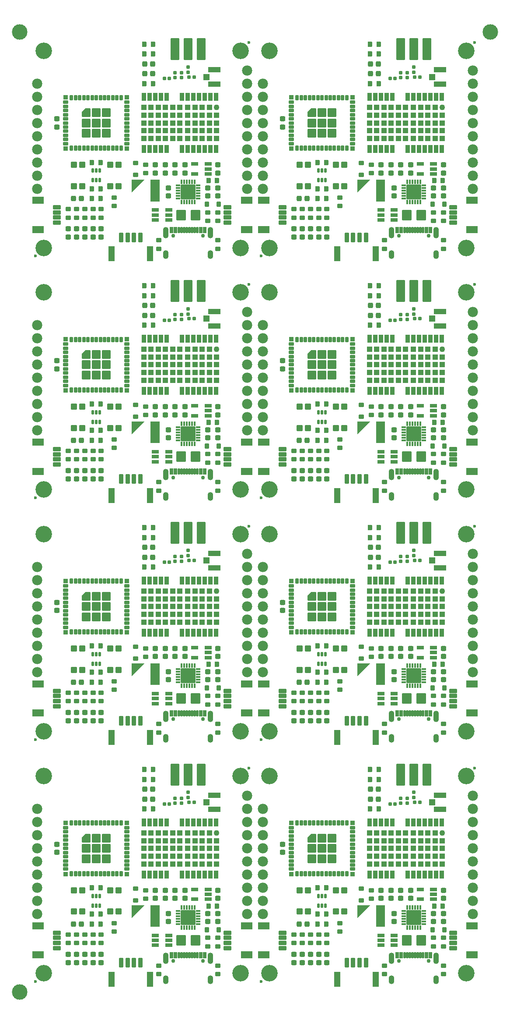
<source format=gts>
%TF.GenerationSoftware,KiCad,Pcbnew,8.0.6*%
%TF.CreationDate,2024-11-18T21:06:19-07:00*%
%TF.ProjectId,SparkFun_RTK_Postcard_panelized,53706172-6b46-4756-9e5f-52544b5f506f,rev?*%
%TF.SameCoordinates,Original*%
%TF.FileFunction,Soldermask,Top*%
%TF.FilePolarity,Negative*%
%FSLAX46Y46*%
G04 Gerber Fmt 4.6, Leading zero omitted, Abs format (unit mm)*
G04 Created by KiCad (PCBNEW 8.0.6) date 2024-11-18 21:06:19*
%MOMM*%
%LPD*%
G01*
G04 APERTURE LIST*
G04 Aperture macros list*
%AMRoundRect*
0 Rectangle with rounded corners*
0 $1 Rounding radius*
0 $2 $3 $4 $5 $6 $7 $8 $9 X,Y pos of 4 corners*
0 Add a 4 corners polygon primitive as box body*
4,1,4,$2,$3,$4,$5,$6,$7,$8,$9,$2,$3,0*
0 Add four circle primitives for the rounded corners*
1,1,$1+$1,$2,$3*
1,1,$1+$1,$4,$5*
1,1,$1+$1,$6,$7*
1,1,$1+$1,$8,$9*
0 Add four rect primitives between the rounded corners*
20,1,$1+$1,$2,$3,$4,$5,0*
20,1,$1+$1,$4,$5,$6,$7,0*
20,1,$1+$1,$6,$7,$8,$9,0*
20,1,$1+$1,$8,$9,$2,$3,0*%
%AMFreePoly0*
4,1,19,0.784719,0.807196,0.821627,0.756396,0.826600,0.725000,0.826600,-0.725000,0.807196,-0.784719,0.756396,-0.821627,0.725000,-0.826600,-0.725000,-0.826600,-0.784719,-0.807196,-0.821627,-0.756396,-0.826600,-0.725000,-0.826600,0.145000,-0.807196,0.204719,-0.796842,0.216842,-0.216842,0.796842,-0.160894,0.825349,-0.145000,0.826600,0.725000,0.826600,0.784719,0.807196,0.784719,0.807196,
$1*%
G04 Aperture macros list end*
%ADD10C,0.000000*%
%ADD11C,3.000000*%
%ADD12C,3.200000*%
%ADD13RoundRect,0.225000X0.300000X-0.225000X0.300000X0.225000X-0.300000X0.225000X-0.300000X-0.225000X0*%
%ADD14RoundRect,0.101600X0.315000X0.415000X-0.315000X0.415000X-0.315000X-0.415000X0.315000X-0.415000X0*%
%ADD15RoundRect,0.250000X0.250000X0.275000X-0.250000X0.275000X-0.250000X-0.275000X0.250000X-0.275000X0*%
%ADD16RoundRect,0.165000X-0.195000X0.165000X-0.195000X-0.165000X0.195000X-0.165000X0.195000X0.165000X0*%
%ADD17RoundRect,0.225000X-0.300000X0.225000X-0.300000X-0.225000X0.300000X-0.225000X0.300000X0.225000X0*%
%ADD18RoundRect,0.225000X-0.225000X-0.300000X0.225000X-0.300000X0.225000X0.300000X-0.225000X0.300000X0*%
%ADD19RoundRect,0.101600X0.400000X-0.200000X0.400000X0.200000X-0.400000X0.200000X-0.400000X-0.200000X0*%
%ADD20RoundRect,0.101600X-0.200000X-0.400000X0.200000X-0.400000X0.200000X0.400000X-0.200000X0.400000X0*%
%ADD21FreePoly0,0.000000*%
%ADD22RoundRect,0.101600X-0.725000X-0.725000X0.725000X-0.725000X0.725000X0.725000X-0.725000X0.725000X0*%
%ADD23RoundRect,0.101600X-0.350000X-0.350000X0.350000X-0.350000X0.350000X0.350000X-0.350000X0.350000X0*%
%ADD24RoundRect,0.250000X0.275000X-0.250000X0.275000X0.250000X-0.275000X0.250000X-0.275000X-0.250000X0*%
%ADD25RoundRect,0.101600X0.525000X0.500000X-0.525000X0.500000X-0.525000X-0.500000X0.525000X-0.500000X0*%
%ADD26RoundRect,0.101600X1.100000X0.425000X-1.100000X0.425000X-1.100000X-0.425000X1.100000X-0.425000X0*%
%ADD27RoundRect,0.101600X0.150000X0.330000X-0.150000X0.330000X-0.150000X-0.330000X0.150000X-0.330000X0*%
%ADD28RoundRect,0.101600X-0.500000X0.450000X-0.500000X-0.450000X0.500000X-0.450000X0.500000X0.450000X0*%
%ADD29RoundRect,0.225000X0.225000X0.300000X-0.225000X0.300000X-0.225000X-0.300000X0.225000X-0.300000X0*%
%ADD30RoundRect,0.101600X-0.600000X0.275000X-0.600000X-0.275000X0.600000X-0.275000X0.600000X0.275000X0*%
%ADD31RoundRect,0.101600X0.675000X-0.300000X0.675000X0.300000X-0.675000X0.300000X-0.675000X-0.300000X0*%
%ADD32RoundRect,0.101600X1.000000X-0.600000X1.000000X0.600000X-1.000000X0.600000X-1.000000X-0.600000X0*%
%ADD33RoundRect,0.165000X0.165000X0.195000X-0.165000X0.195000X-0.165000X-0.195000X0.165000X-0.195000X0*%
%ADD34RoundRect,0.250000X-0.275000X0.250000X-0.275000X-0.250000X0.275000X-0.250000X0.275000X0.250000X0*%
%ADD35RoundRect,0.087500X0.087500X-0.375000X0.087500X0.375000X-0.087500X0.375000X-0.087500X-0.375000X0*%
%ADD36RoundRect,0.087500X0.375000X-0.087500X0.375000X0.087500X-0.375000X0.087500X-0.375000X-0.087500X0*%
%ADD37RoundRect,0.050000X1.350000X-1.350000X1.350000X1.350000X-1.350000X1.350000X-1.350000X-1.350000X0*%
%ADD38RoundRect,0.160000X-0.210000X0.160000X-0.210000X-0.160000X0.210000X-0.160000X0.210000X0.160000X0*%
%ADD39RoundRect,0.101600X0.500000X-0.450000X0.500000X0.450000X-0.500000X0.450000X-0.500000X-0.450000X0*%
%ADD40RoundRect,0.101600X-0.800000X-0.900000X0.800000X-0.900000X0.800000X0.900000X-0.800000X0.900000X0*%
%ADD41RoundRect,0.101600X0.600000X-0.275000X0.600000X0.275000X-0.600000X0.275000X-0.600000X-0.275000X0*%
%ADD42RoundRect,0.050000X-0.400000X0.750000X-0.400000X-0.750000X0.400000X-0.750000X0.400000X0.750000X0*%
%ADD43C,1.100000*%
%ADD44RoundRect,0.050000X0.500000X-0.500000X0.500000X0.500000X-0.500000X0.500000X-0.500000X-0.500000X0*%
%ADD45RoundRect,0.050000X-0.500000X0.500000X-0.500000X-0.500000X0.500000X-0.500000X0.500000X0.500000X0*%
%ADD46RoundRect,0.101600X-0.675000X0.300000X-0.675000X-0.300000X0.675000X-0.300000X0.675000X0.300000X0*%
%ADD47RoundRect,0.101600X-1.000000X0.600000X-1.000000X-0.600000X1.000000X-0.600000X1.000000X0.600000X0*%
%ADD48RoundRect,0.243750X0.281250X-0.243750X0.281250X0.243750X-0.281250X0.243750X-0.281250X-0.243750X0*%
%ADD49RoundRect,0.101600X0.300000X0.850000X-0.300000X0.850000X-0.300000X-0.850000X0.300000X-0.850000X0*%
%ADD50RoundRect,0.101600X-0.500000X1.350000X-0.500000X-1.350000X0.500000X-1.350000X0.500000X1.350000X0*%
%ADD51RoundRect,0.101600X0.415000X-0.315000X0.415000X0.315000X-0.415000X0.315000X-0.415000X-0.315000X0*%
%ADD52C,0.750000*%
%ADD53RoundRect,0.070000X0.150000X0.500000X-0.150000X0.500000X-0.150000X-0.500000X0.150000X-0.500000X0*%
%ADD54RoundRect,0.070000X-0.150000X-0.500000X0.150000X-0.500000X0.150000X0.500000X-0.150000X0.500000X0*%
%ADD55RoundRect,0.070000X0.300000X0.500000X-0.300000X0.500000X-0.300000X-0.500000X0.300000X-0.500000X0*%
%ADD56RoundRect,0.070000X-0.300000X-0.500000X0.300000X-0.500000X0.300000X0.500000X-0.300000X0.500000X0*%
%ADD57O,1.100000X1.700000*%
%ADD58O,1.100000X2.200000*%
%ADD59RoundRect,0.101600X-0.750000X-2.000000X0.750000X-2.000000X0.750000X2.000000X-0.750000X2.000000X0*%
%ADD60RoundRect,0.160000X0.160000X0.210000X-0.160000X0.210000X-0.160000X-0.210000X0.160000X-0.210000X0*%
%ADD61C,0.600000*%
%ADD62C,1.979600*%
G04 APERTURE END LIST*
D10*
%TO.C,BT1*%
G36*
X63200000Y153421145D02*
G01*
X63200000Y155906500D01*
X65685355Y155906500D01*
X63200000Y153421145D01*
G37*
G36*
X68605000Y151701500D02*
G01*
X66905000Y151701500D01*
X66905000Y155901500D01*
X68605000Y155901500D01*
X68605000Y151701500D01*
G37*
G36*
X63200000Y106693145D02*
G01*
X63200000Y109178500D01*
X65685355Y109178500D01*
X63200000Y106693145D01*
G37*
G36*
X68605000Y104973500D02*
G01*
X66905000Y104973500D01*
X66905000Y109173500D01*
X68605000Y109173500D01*
X68605000Y104973500D01*
G37*
G36*
X63200000Y59965145D02*
G01*
X63200000Y62450500D01*
X65685355Y62450500D01*
X63200000Y59965145D01*
G37*
G36*
X68605000Y58245500D02*
G01*
X66905000Y58245500D01*
X66905000Y62445500D01*
X68605000Y62445500D01*
X68605000Y58245500D01*
G37*
G36*
X63200000Y13237145D02*
G01*
X63200000Y15722500D01*
X65685355Y15722500D01*
X63200000Y13237145D01*
G37*
G36*
X68605000Y11517500D02*
G01*
X66905000Y11517500D01*
X66905000Y15717500D01*
X68605000Y15717500D01*
X68605000Y11517500D01*
G37*
G36*
X19520000Y153421145D02*
G01*
X19520000Y155906500D01*
X22005355Y155906500D01*
X19520000Y153421145D01*
G37*
G36*
X24925000Y151701500D02*
G01*
X23225000Y151701500D01*
X23225000Y155901500D01*
X24925000Y155901500D01*
X24925000Y151701500D01*
G37*
G36*
X19520000Y106693145D02*
G01*
X19520000Y109178500D01*
X22005355Y109178500D01*
X19520000Y106693145D01*
G37*
G36*
X24925000Y104973500D02*
G01*
X23225000Y104973500D01*
X23225000Y109173500D01*
X24925000Y109173500D01*
X24925000Y104973500D01*
G37*
G36*
X19520000Y59965145D02*
G01*
X19520000Y62450500D01*
X22005355Y62450500D01*
X19520000Y59965145D01*
G37*
G36*
X24925000Y58245500D02*
G01*
X23225000Y58245500D01*
X23225000Y62445500D01*
X24925000Y62445500D01*
X24925000Y58245500D01*
G37*
G36*
X19520000Y13237145D02*
G01*
X19520000Y15722500D01*
X22005355Y15722500D01*
X19520000Y13237145D01*
G37*
G36*
X24925000Y11517500D02*
G01*
X23225000Y11517500D01*
X23225000Y15717500D01*
X24925000Y15717500D01*
X24925000Y11517500D01*
G37*
%TD*%
D11*
%TO.C,*%
X88947500Y184412000D03*
%TD*%
%TO.C,*%
X-2087500Y184412000D03*
%TD*%
%TO.C,*%
X-2087500Y-1048000D03*
%TD*%
D12*
%TO.C,ST4*%
X84320000Y142724000D03*
%TD*%
%TO.C,ST4*%
X84320000Y95996000D03*
%TD*%
%TO.C,ST4*%
X84320000Y49268000D03*
%TD*%
%TO.C,ST4*%
X84320000Y2540000D03*
%TD*%
%TO.C,ST4*%
X40640000Y142724000D03*
%TD*%
%TO.C,ST4*%
X40640000Y95996000D03*
%TD*%
%TO.C,ST4*%
X40640000Y49268000D03*
%TD*%
D13*
%TO.C,R18*%
X77970000Y147931500D03*
X77970000Y149581500D03*
%TD*%
%TO.C,R18*%
X77970000Y101203500D03*
X77970000Y102853500D03*
%TD*%
%TO.C,R18*%
X77970000Y54475500D03*
X77970000Y56125500D03*
%TD*%
%TO.C,R18*%
X77970000Y7747500D03*
X77970000Y9397500D03*
%TD*%
%TO.C,R18*%
X34290000Y147931500D03*
X34290000Y149581500D03*
%TD*%
%TO.C,R18*%
X34290000Y101203500D03*
X34290000Y102853500D03*
%TD*%
%TO.C,R18*%
X34290000Y54475500D03*
X34290000Y56125500D03*
%TD*%
D14*
%TO.C,D8*%
X77772500Y151137750D03*
X80072500Y151137750D03*
%TD*%
%TO.C,D8*%
X77772500Y104409750D03*
X80072500Y104409750D03*
%TD*%
%TO.C,D8*%
X77772500Y57681750D03*
X80072500Y57681750D03*
%TD*%
%TO.C,D8*%
X77772500Y10953750D03*
X80072500Y10953750D03*
%TD*%
%TO.C,D8*%
X34092500Y151137750D03*
X36392500Y151137750D03*
%TD*%
%TO.C,D8*%
X34092500Y104409750D03*
X36392500Y104409750D03*
%TD*%
%TO.C,D8*%
X34092500Y57681750D03*
X36392500Y57681750D03*
%TD*%
D13*
%TO.C,R7*%
X65905000Y157139000D03*
X65905000Y158789000D03*
%TD*%
%TO.C,R7*%
X65905000Y110411000D03*
X65905000Y112061000D03*
%TD*%
%TO.C,R7*%
X65905000Y63683000D03*
X65905000Y65333000D03*
%TD*%
%TO.C,R7*%
X65905000Y16955000D03*
X65905000Y18605000D03*
%TD*%
%TO.C,R7*%
X22225000Y157139000D03*
X22225000Y158789000D03*
%TD*%
%TO.C,R7*%
X22225000Y110411000D03*
X22225000Y112061000D03*
%TD*%
%TO.C,R7*%
X22225000Y63683000D03*
X22225000Y65333000D03*
%TD*%
D15*
%TO.C,C11*%
X53522500Y152249000D03*
X51972500Y152249000D03*
%TD*%
%TO.C,C11*%
X53522500Y105521000D03*
X51972500Y105521000D03*
%TD*%
%TO.C,C11*%
X53522500Y58793000D03*
X51972500Y58793000D03*
%TD*%
%TO.C,C11*%
X53522500Y12065000D03*
X51972500Y12065000D03*
%TD*%
%TO.C,C11*%
X9842500Y152249000D03*
X8292500Y152249000D03*
%TD*%
%TO.C,C11*%
X9842500Y105521000D03*
X8292500Y105521000D03*
%TD*%
%TO.C,C11*%
X9842500Y58793000D03*
X8292500Y58793000D03*
%TD*%
D12*
%TO.C,ST3*%
X46220000Y142724000D03*
%TD*%
%TO.C,ST3*%
X46220000Y95996000D03*
%TD*%
%TO.C,ST3*%
X46220000Y49268000D03*
%TD*%
%TO.C,ST3*%
X46220000Y2540000D03*
%TD*%
%TO.C,ST3*%
X2540000Y142724000D03*
%TD*%
%TO.C,ST3*%
X2540000Y95996000D03*
%TD*%
%TO.C,ST3*%
X2540000Y49268000D03*
%TD*%
D16*
%TO.C,L1*%
X71620000Y176541500D03*
X71620000Y175581500D03*
%TD*%
%TO.C,L1*%
X71620000Y129813500D03*
X71620000Y128853500D03*
%TD*%
%TO.C,L1*%
X71620000Y83085500D03*
X71620000Y82125500D03*
%TD*%
%TO.C,L1*%
X71620000Y36357500D03*
X71620000Y35397500D03*
%TD*%
%TO.C,L1*%
X27940000Y176541500D03*
X27940000Y175581500D03*
%TD*%
%TO.C,L1*%
X27940000Y129813500D03*
X27940000Y128853500D03*
%TD*%
%TO.C,L1*%
X27940000Y83085500D03*
X27940000Y82125500D03*
%TD*%
D17*
%TO.C,R16*%
X50982500Y150216500D03*
X50982500Y148566500D03*
%TD*%
%TO.C,R16*%
X50982500Y103488500D03*
X50982500Y101838500D03*
%TD*%
%TO.C,R16*%
X50982500Y56760500D03*
X50982500Y55110500D03*
%TD*%
%TO.C,R16*%
X50982500Y10032500D03*
X50982500Y8382500D03*
%TD*%
%TO.C,R16*%
X7302500Y150216500D03*
X7302500Y148566500D03*
%TD*%
%TO.C,R16*%
X7302500Y103488500D03*
X7302500Y101838500D03*
%TD*%
%TO.C,R16*%
X7302500Y56760500D03*
X7302500Y55110500D03*
%TD*%
D15*
%TO.C,C3*%
X67315000Y178284000D03*
X65765000Y178284000D03*
%TD*%
%TO.C,C3*%
X67315000Y131556000D03*
X65765000Y131556000D03*
%TD*%
%TO.C,C3*%
X67315000Y84828000D03*
X65765000Y84828000D03*
%TD*%
%TO.C,C3*%
X67315000Y38100000D03*
X65765000Y38100000D03*
%TD*%
%TO.C,C3*%
X23635000Y178284000D03*
X22085000Y178284000D03*
%TD*%
%TO.C,C3*%
X23635000Y131556000D03*
X22085000Y131556000D03*
%TD*%
%TO.C,C3*%
X23635000Y84828000D03*
X22085000Y84828000D03*
%TD*%
D18*
%TO.C,R9*%
X78097500Y155741500D03*
X79747500Y155741500D03*
%TD*%
%TO.C,R9*%
X78097500Y109013500D03*
X79747500Y109013500D03*
%TD*%
%TO.C,R9*%
X78097500Y62285500D03*
X79747500Y62285500D03*
%TD*%
%TO.C,R9*%
X78097500Y15557500D03*
X79747500Y15557500D03*
%TD*%
%TO.C,R9*%
X34417500Y155741500D03*
X36067500Y155741500D03*
%TD*%
%TO.C,R9*%
X34417500Y109013500D03*
X36067500Y109013500D03*
%TD*%
%TO.C,R9*%
X34417500Y62285500D03*
X36067500Y62285500D03*
%TD*%
D19*
%TO.C,U5*%
X50480000Y170854000D03*
X50480000Y170054000D03*
X50480000Y169254000D03*
X50480000Y168454000D03*
X50480000Y167654000D03*
X50480000Y166854000D03*
X50480000Y166054000D03*
X50480000Y165254000D03*
X50480000Y164454000D03*
X50480000Y163654000D03*
X50480000Y162854000D03*
D20*
X51580000Y161954000D03*
X52380000Y161954000D03*
X53180000Y161954000D03*
X53980000Y161954000D03*
X54780000Y161954000D03*
X55580000Y161954000D03*
X56380000Y161954000D03*
X57180000Y161954000D03*
X57980000Y161954000D03*
X58780000Y161954000D03*
X59580000Y161954000D03*
X60380000Y161954000D03*
X61180000Y161954000D03*
D19*
X62280000Y162854000D03*
X62280000Y163654000D03*
X62280000Y164454000D03*
X62280000Y165254000D03*
X62280000Y166054000D03*
X62280000Y166854000D03*
X62280000Y167654000D03*
X62280000Y168454000D03*
X62280000Y169254000D03*
X62280000Y170054000D03*
X62280000Y170854000D03*
D20*
X61180000Y171754000D03*
X60380000Y171754000D03*
X59580000Y171754000D03*
X58780000Y171754000D03*
X57980000Y171754000D03*
X57180000Y171754000D03*
X56380000Y171754000D03*
X55580000Y171754000D03*
X54780000Y171754000D03*
X53980000Y171754000D03*
X53180000Y171754000D03*
X52380000Y171754000D03*
X51580000Y171754000D03*
D21*
X54405000Y168829000D03*
D22*
X54405000Y166854000D03*
X54405000Y164879000D03*
X56380000Y164879000D03*
X58355000Y164879000D03*
X58355000Y166854000D03*
X58355000Y168829000D03*
X56380000Y168829000D03*
X56380000Y166854000D03*
D23*
X62330000Y171804000D03*
X62330000Y161904000D03*
X50430000Y161904000D03*
X50430000Y171804000D03*
%TD*%
D19*
%TO.C,U5*%
X50480000Y124126000D03*
X50480000Y123326000D03*
X50480000Y122526000D03*
X50480000Y121726000D03*
X50480000Y120926000D03*
X50480000Y120126000D03*
X50480000Y119326000D03*
X50480000Y118526000D03*
X50480000Y117726000D03*
X50480000Y116926000D03*
X50480000Y116126000D03*
D20*
X51580000Y115226000D03*
X52380000Y115226000D03*
X53180000Y115226000D03*
X53980000Y115226000D03*
X54780000Y115226000D03*
X55580000Y115226000D03*
X56380000Y115226000D03*
X57180000Y115226000D03*
X57980000Y115226000D03*
X58780000Y115226000D03*
X59580000Y115226000D03*
X60380000Y115226000D03*
X61180000Y115226000D03*
D19*
X62280000Y116126000D03*
X62280000Y116926000D03*
X62280000Y117726000D03*
X62280000Y118526000D03*
X62280000Y119326000D03*
X62280000Y120126000D03*
X62280000Y120926000D03*
X62280000Y121726000D03*
X62280000Y122526000D03*
X62280000Y123326000D03*
X62280000Y124126000D03*
D20*
X61180000Y125026000D03*
X60380000Y125026000D03*
X59580000Y125026000D03*
X58780000Y125026000D03*
X57980000Y125026000D03*
X57180000Y125026000D03*
X56380000Y125026000D03*
X55580000Y125026000D03*
X54780000Y125026000D03*
X53980000Y125026000D03*
X53180000Y125026000D03*
X52380000Y125026000D03*
X51580000Y125026000D03*
D21*
X54405000Y122101000D03*
D22*
X54405000Y120126000D03*
X54405000Y118151000D03*
X56380000Y118151000D03*
X58355000Y118151000D03*
X58355000Y120126000D03*
X58355000Y122101000D03*
X56380000Y122101000D03*
X56380000Y120126000D03*
D23*
X62330000Y125076000D03*
X62330000Y115176000D03*
X50430000Y115176000D03*
X50430000Y125076000D03*
%TD*%
D19*
%TO.C,U5*%
X50480000Y77398000D03*
X50480000Y76598000D03*
X50480000Y75798000D03*
X50480000Y74998000D03*
X50480000Y74198000D03*
X50480000Y73398000D03*
X50480000Y72598000D03*
X50480000Y71798000D03*
X50480000Y70998000D03*
X50480000Y70198000D03*
X50480000Y69398000D03*
D20*
X51580000Y68498000D03*
X52380000Y68498000D03*
X53180000Y68498000D03*
X53980000Y68498000D03*
X54780000Y68498000D03*
X55580000Y68498000D03*
X56380000Y68498000D03*
X57180000Y68498000D03*
X57980000Y68498000D03*
X58780000Y68498000D03*
X59580000Y68498000D03*
X60380000Y68498000D03*
X61180000Y68498000D03*
D19*
X62280000Y69398000D03*
X62280000Y70198000D03*
X62280000Y70998000D03*
X62280000Y71798000D03*
X62280000Y72598000D03*
X62280000Y73398000D03*
X62280000Y74198000D03*
X62280000Y74998000D03*
X62280000Y75798000D03*
X62280000Y76598000D03*
X62280000Y77398000D03*
D20*
X61180000Y78298000D03*
X60380000Y78298000D03*
X59580000Y78298000D03*
X58780000Y78298000D03*
X57980000Y78298000D03*
X57180000Y78298000D03*
X56380000Y78298000D03*
X55580000Y78298000D03*
X54780000Y78298000D03*
X53980000Y78298000D03*
X53180000Y78298000D03*
X52380000Y78298000D03*
X51580000Y78298000D03*
D21*
X54405000Y75373000D03*
D22*
X54405000Y73398000D03*
X54405000Y71423000D03*
X56380000Y71423000D03*
X58355000Y71423000D03*
X58355000Y73398000D03*
X58355000Y75373000D03*
X56380000Y75373000D03*
X56380000Y73398000D03*
D23*
X62330000Y78348000D03*
X62330000Y68448000D03*
X50430000Y68448000D03*
X50430000Y78348000D03*
%TD*%
D19*
%TO.C,U5*%
X50480000Y30670000D03*
X50480000Y29870000D03*
X50480000Y29070000D03*
X50480000Y28270000D03*
X50480000Y27470000D03*
X50480000Y26670000D03*
X50480000Y25870000D03*
X50480000Y25070000D03*
X50480000Y24270000D03*
X50480000Y23470000D03*
X50480000Y22670000D03*
D20*
X51580000Y21770000D03*
X52380000Y21770000D03*
X53180000Y21770000D03*
X53980000Y21770000D03*
X54780000Y21770000D03*
X55580000Y21770000D03*
X56380000Y21770000D03*
X57180000Y21770000D03*
X57980000Y21770000D03*
X58780000Y21770000D03*
X59580000Y21770000D03*
X60380000Y21770000D03*
X61180000Y21770000D03*
D19*
X62280000Y22670000D03*
X62280000Y23470000D03*
X62280000Y24270000D03*
X62280000Y25070000D03*
X62280000Y25870000D03*
X62280000Y26670000D03*
X62280000Y27470000D03*
X62280000Y28270000D03*
X62280000Y29070000D03*
X62280000Y29870000D03*
X62280000Y30670000D03*
D20*
X61180000Y31570000D03*
X60380000Y31570000D03*
X59580000Y31570000D03*
X58780000Y31570000D03*
X57980000Y31570000D03*
X57180000Y31570000D03*
X56380000Y31570000D03*
X55580000Y31570000D03*
X54780000Y31570000D03*
X53980000Y31570000D03*
X53180000Y31570000D03*
X52380000Y31570000D03*
X51580000Y31570000D03*
D21*
X54405000Y28645000D03*
D22*
X54405000Y26670000D03*
X54405000Y24695000D03*
X56380000Y24695000D03*
X58355000Y24695000D03*
X58355000Y26670000D03*
X58355000Y28645000D03*
X56380000Y28645000D03*
X56380000Y26670000D03*
D23*
X62330000Y31620000D03*
X62330000Y21720000D03*
X50430000Y21720000D03*
X50430000Y31620000D03*
%TD*%
D19*
%TO.C,U5*%
X6800000Y170854000D03*
X6800000Y170054000D03*
X6800000Y169254000D03*
X6800000Y168454000D03*
X6800000Y167654000D03*
X6800000Y166854000D03*
X6800000Y166054000D03*
X6800000Y165254000D03*
X6800000Y164454000D03*
X6800000Y163654000D03*
X6800000Y162854000D03*
D20*
X7900000Y161954000D03*
X8700000Y161954000D03*
X9500000Y161954000D03*
X10300000Y161954000D03*
X11100000Y161954000D03*
X11900000Y161954000D03*
X12700000Y161954000D03*
X13500000Y161954000D03*
X14300000Y161954000D03*
X15100000Y161954000D03*
X15900000Y161954000D03*
X16700000Y161954000D03*
X17500000Y161954000D03*
D19*
X18600000Y162854000D03*
X18600000Y163654000D03*
X18600000Y164454000D03*
X18600000Y165254000D03*
X18600000Y166054000D03*
X18600000Y166854000D03*
X18600000Y167654000D03*
X18600000Y168454000D03*
X18600000Y169254000D03*
X18600000Y170054000D03*
X18600000Y170854000D03*
D20*
X17500000Y171754000D03*
X16700000Y171754000D03*
X15900000Y171754000D03*
X15100000Y171754000D03*
X14300000Y171754000D03*
X13500000Y171754000D03*
X12700000Y171754000D03*
X11900000Y171754000D03*
X11100000Y171754000D03*
X10300000Y171754000D03*
X9500000Y171754000D03*
X8700000Y171754000D03*
X7900000Y171754000D03*
D21*
X10725000Y168829000D03*
D22*
X10725000Y166854000D03*
X10725000Y164879000D03*
X12700000Y164879000D03*
X14675000Y164879000D03*
X14675000Y166854000D03*
X14675000Y168829000D03*
X12700000Y168829000D03*
X12700000Y166854000D03*
D23*
X18650000Y171804000D03*
X18650000Y161904000D03*
X6750000Y161904000D03*
X6750000Y171804000D03*
%TD*%
D19*
%TO.C,U5*%
X6800000Y124126000D03*
X6800000Y123326000D03*
X6800000Y122526000D03*
X6800000Y121726000D03*
X6800000Y120926000D03*
X6800000Y120126000D03*
X6800000Y119326000D03*
X6800000Y118526000D03*
X6800000Y117726000D03*
X6800000Y116926000D03*
X6800000Y116126000D03*
D20*
X7900000Y115226000D03*
X8700000Y115226000D03*
X9500000Y115226000D03*
X10300000Y115226000D03*
X11100000Y115226000D03*
X11900000Y115226000D03*
X12700000Y115226000D03*
X13500000Y115226000D03*
X14300000Y115226000D03*
X15100000Y115226000D03*
X15900000Y115226000D03*
X16700000Y115226000D03*
X17500000Y115226000D03*
D19*
X18600000Y116126000D03*
X18600000Y116926000D03*
X18600000Y117726000D03*
X18600000Y118526000D03*
X18600000Y119326000D03*
X18600000Y120126000D03*
X18600000Y120926000D03*
X18600000Y121726000D03*
X18600000Y122526000D03*
X18600000Y123326000D03*
X18600000Y124126000D03*
D20*
X17500000Y125026000D03*
X16700000Y125026000D03*
X15900000Y125026000D03*
X15100000Y125026000D03*
X14300000Y125026000D03*
X13500000Y125026000D03*
X12700000Y125026000D03*
X11900000Y125026000D03*
X11100000Y125026000D03*
X10300000Y125026000D03*
X9500000Y125026000D03*
X8700000Y125026000D03*
X7900000Y125026000D03*
D21*
X10725000Y122101000D03*
D22*
X10725000Y120126000D03*
X10725000Y118151000D03*
X12700000Y118151000D03*
X14675000Y118151000D03*
X14675000Y120126000D03*
X14675000Y122101000D03*
X12700000Y122101000D03*
X12700000Y120126000D03*
D23*
X18650000Y125076000D03*
X18650000Y115176000D03*
X6750000Y115176000D03*
X6750000Y125076000D03*
%TD*%
D19*
%TO.C,U5*%
X6800000Y77398000D03*
X6800000Y76598000D03*
X6800000Y75798000D03*
X6800000Y74998000D03*
X6800000Y74198000D03*
X6800000Y73398000D03*
X6800000Y72598000D03*
X6800000Y71798000D03*
X6800000Y70998000D03*
X6800000Y70198000D03*
X6800000Y69398000D03*
D20*
X7900000Y68498000D03*
X8700000Y68498000D03*
X9500000Y68498000D03*
X10300000Y68498000D03*
X11100000Y68498000D03*
X11900000Y68498000D03*
X12700000Y68498000D03*
X13500000Y68498000D03*
X14300000Y68498000D03*
X15100000Y68498000D03*
X15900000Y68498000D03*
X16700000Y68498000D03*
X17500000Y68498000D03*
D19*
X18600000Y69398000D03*
X18600000Y70198000D03*
X18600000Y70998000D03*
X18600000Y71798000D03*
X18600000Y72598000D03*
X18600000Y73398000D03*
X18600000Y74198000D03*
X18600000Y74998000D03*
X18600000Y75798000D03*
X18600000Y76598000D03*
X18600000Y77398000D03*
D20*
X17500000Y78298000D03*
X16700000Y78298000D03*
X15900000Y78298000D03*
X15100000Y78298000D03*
X14300000Y78298000D03*
X13500000Y78298000D03*
X12700000Y78298000D03*
X11900000Y78298000D03*
X11100000Y78298000D03*
X10300000Y78298000D03*
X9500000Y78298000D03*
X8700000Y78298000D03*
X7900000Y78298000D03*
D21*
X10725000Y75373000D03*
D22*
X10725000Y73398000D03*
X10725000Y71423000D03*
X12700000Y71423000D03*
X14675000Y71423000D03*
X14675000Y73398000D03*
X14675000Y75373000D03*
X12700000Y75373000D03*
X12700000Y73398000D03*
D23*
X18650000Y78348000D03*
X18650000Y68448000D03*
X6750000Y68448000D03*
X6750000Y78348000D03*
%TD*%
D24*
%TO.C,C1*%
X79875000Y152744000D03*
X79875000Y154294000D03*
%TD*%
%TO.C,C1*%
X79875000Y106016000D03*
X79875000Y107566000D03*
%TD*%
%TO.C,C1*%
X79875000Y59288000D03*
X79875000Y60838000D03*
%TD*%
%TO.C,C1*%
X79875000Y12560000D03*
X79875000Y14110000D03*
%TD*%
%TO.C,C1*%
X36195000Y152744000D03*
X36195000Y154294000D03*
%TD*%
%TO.C,C1*%
X36195000Y106016000D03*
X36195000Y107566000D03*
%TD*%
%TO.C,C1*%
X36195000Y59288000D03*
X36195000Y60838000D03*
%TD*%
D25*
%TO.C,J6*%
X77715000Y175744000D03*
D26*
X79240000Y174369000D03*
X79240000Y177119000D03*
%TD*%
D25*
%TO.C,J6*%
X77715000Y129016000D03*
D26*
X79240000Y127641000D03*
X79240000Y130391000D03*
%TD*%
D25*
%TO.C,J6*%
X77715000Y82288000D03*
D26*
X79240000Y80913000D03*
X79240000Y83663000D03*
%TD*%
D25*
%TO.C,J6*%
X77715000Y35560000D03*
D26*
X79240000Y34185000D03*
X79240000Y36935000D03*
%TD*%
D25*
%TO.C,J6*%
X34035000Y175744000D03*
D26*
X35560000Y174369000D03*
X35560000Y177119000D03*
%TD*%
D25*
%TO.C,J6*%
X34035000Y129016000D03*
D26*
X35560000Y127641000D03*
X35560000Y130391000D03*
%TD*%
D25*
%TO.C,J6*%
X34035000Y82288000D03*
D26*
X35560000Y80913000D03*
X35560000Y83663000D03*
%TD*%
D18*
%TO.C,R6*%
X65715000Y174474000D03*
X67365000Y174474000D03*
%TD*%
%TO.C,R6*%
X65715000Y127746000D03*
X67365000Y127746000D03*
%TD*%
%TO.C,R6*%
X65715000Y81018000D03*
X67365000Y81018000D03*
%TD*%
%TO.C,R6*%
X65715000Y34290000D03*
X67365000Y34290000D03*
%TD*%
%TO.C,R6*%
X22035000Y174474000D03*
X23685000Y174474000D03*
%TD*%
%TO.C,R6*%
X22035000Y127746000D03*
X23685000Y127746000D03*
%TD*%
%TO.C,R6*%
X22035000Y81018000D03*
X23685000Y81018000D03*
%TD*%
D27*
%TO.C,Q1*%
X55730000Y155806500D03*
X56380000Y155806500D03*
X57030000Y155806500D03*
X57030000Y157646500D03*
X56380000Y157646500D03*
X55730000Y157646500D03*
%TD*%
%TO.C,Q1*%
X55730000Y109078500D03*
X56380000Y109078500D03*
X57030000Y109078500D03*
X57030000Y110918500D03*
X56380000Y110918500D03*
X55730000Y110918500D03*
%TD*%
%TO.C,Q1*%
X55730000Y62350500D03*
X56380000Y62350500D03*
X57030000Y62350500D03*
X57030000Y64190500D03*
X56380000Y64190500D03*
X55730000Y64190500D03*
%TD*%
%TO.C,Q1*%
X55730000Y15622500D03*
X56380000Y15622500D03*
X57030000Y15622500D03*
X57030000Y17462500D03*
X56380000Y17462500D03*
X55730000Y17462500D03*
%TD*%
%TO.C,Q1*%
X12050000Y155806500D03*
X12700000Y155806500D03*
X13350000Y155806500D03*
X13350000Y157646500D03*
X12700000Y157646500D03*
X12050000Y157646500D03*
%TD*%
%TO.C,Q1*%
X12050000Y109078500D03*
X12700000Y109078500D03*
X13350000Y109078500D03*
X13350000Y110918500D03*
X12700000Y110918500D03*
X12050000Y110918500D03*
%TD*%
%TO.C,Q1*%
X12050000Y62350500D03*
X12700000Y62350500D03*
X13350000Y62350500D03*
X13350000Y64190500D03*
X12700000Y64190500D03*
X12050000Y64190500D03*
%TD*%
D13*
%TO.C,R17*%
X79875000Y147931500D03*
X79875000Y149581500D03*
%TD*%
%TO.C,R17*%
X79875000Y101203500D03*
X79875000Y102853500D03*
%TD*%
%TO.C,R17*%
X79875000Y54475500D03*
X79875000Y56125500D03*
%TD*%
%TO.C,R17*%
X79875000Y7747500D03*
X79875000Y9397500D03*
%TD*%
%TO.C,R17*%
X36195000Y147931500D03*
X36195000Y149581500D03*
%TD*%
%TO.C,R17*%
X36195000Y101203500D03*
X36195000Y102853500D03*
%TD*%
%TO.C,R17*%
X36195000Y54475500D03*
X36195000Y56125500D03*
%TD*%
D28*
%TO.C,SW4*%
X53687500Y158744000D03*
X53687500Y154644000D03*
X52087500Y158744000D03*
X52087500Y154644000D03*
%TD*%
%TO.C,SW4*%
X53687500Y112016000D03*
X53687500Y107916000D03*
X52087500Y112016000D03*
X52087500Y107916000D03*
%TD*%
%TO.C,SW4*%
X53687500Y65288000D03*
X53687500Y61188000D03*
X52087500Y65288000D03*
X52087500Y61188000D03*
%TD*%
%TO.C,SW4*%
X53687500Y18560000D03*
X53687500Y14460000D03*
X52087500Y18560000D03*
X52087500Y14460000D03*
%TD*%
%TO.C,SW4*%
X10007500Y158744000D03*
X10007500Y154644000D03*
X8407500Y158744000D03*
X8407500Y154644000D03*
%TD*%
%TO.C,SW4*%
X10007500Y112016000D03*
X10007500Y107916000D03*
X8407500Y112016000D03*
X8407500Y107916000D03*
%TD*%
%TO.C,SW4*%
X10007500Y65288000D03*
X10007500Y61188000D03*
X8407500Y65288000D03*
X8407500Y61188000D03*
%TD*%
D29*
%TO.C,R13*%
X57205000Y152249000D03*
X55555000Y152249000D03*
%TD*%
%TO.C,R13*%
X57205000Y105521000D03*
X55555000Y105521000D03*
%TD*%
%TO.C,R13*%
X57205000Y58793000D03*
X55555000Y58793000D03*
%TD*%
%TO.C,R13*%
X57205000Y12065000D03*
X55555000Y12065000D03*
%TD*%
%TO.C,R13*%
X13525000Y152249000D03*
X11875000Y152249000D03*
%TD*%
%TO.C,R13*%
X13525000Y105521000D03*
X11875000Y105521000D03*
%TD*%
%TO.C,R13*%
X13525000Y58793000D03*
X11875000Y58793000D03*
%TD*%
D30*
%TO.C,U1*%
X67779900Y150024000D03*
X67779900Y149074000D03*
X67779900Y148124000D03*
X70380100Y148124000D03*
X70380000Y149074000D03*
X70380100Y150024000D03*
%TD*%
%TO.C,U1*%
X67779900Y103296000D03*
X67779900Y102346000D03*
X67779900Y101396000D03*
X70380100Y101396000D03*
X70380000Y102346000D03*
X70380100Y103296000D03*
%TD*%
%TO.C,U1*%
X67779900Y56568000D03*
X67779900Y55618000D03*
X67779900Y54668000D03*
X70380100Y54668000D03*
X70380000Y55618000D03*
X70380100Y56568000D03*
%TD*%
%TO.C,U1*%
X67779900Y9840000D03*
X67779900Y8890000D03*
X67779900Y7940000D03*
X70380100Y7940000D03*
X70380000Y8890000D03*
X70380100Y9840000D03*
%TD*%
%TO.C,U1*%
X24099900Y150024000D03*
X24099900Y149074000D03*
X24099900Y148124000D03*
X26700100Y148124000D03*
X26700000Y149074000D03*
X26700100Y150024000D03*
%TD*%
%TO.C,U1*%
X24099900Y103296000D03*
X24099900Y102346000D03*
X24099900Y101396000D03*
X26700100Y101396000D03*
X26700000Y102346000D03*
X26700100Y103296000D03*
%TD*%
%TO.C,U1*%
X24099900Y56568000D03*
X24099900Y55618000D03*
X24099900Y54668000D03*
X26700100Y54668000D03*
X26700000Y55618000D03*
X26700100Y56568000D03*
%TD*%
D31*
%TO.C,J4*%
X81780000Y147574000D03*
X81780000Y148574000D03*
X81780000Y149574000D03*
X81780000Y150574000D03*
D32*
X85455000Y151874000D03*
X85455000Y146274000D03*
%TD*%
D31*
%TO.C,J4*%
X81780000Y100846000D03*
X81780000Y101846000D03*
X81780000Y102846000D03*
X81780000Y103846000D03*
D32*
X85455000Y105146000D03*
X85455000Y99546000D03*
%TD*%
D31*
%TO.C,J4*%
X81780000Y54118000D03*
X81780000Y55118000D03*
X81780000Y56118000D03*
X81780000Y57118000D03*
D32*
X85455000Y58418000D03*
X85455000Y52818000D03*
%TD*%
D31*
%TO.C,J4*%
X81780000Y7390000D03*
X81780000Y8390000D03*
X81780000Y9390000D03*
X81780000Y10390000D03*
D32*
X85455000Y11690000D03*
X85455000Y6090000D03*
%TD*%
D31*
%TO.C,J4*%
X38100000Y147574000D03*
X38100000Y148574000D03*
X38100000Y149574000D03*
X38100000Y150574000D03*
D32*
X41775000Y151874000D03*
X41775000Y146274000D03*
%TD*%
D31*
%TO.C,J4*%
X38100000Y100846000D03*
X38100000Y101846000D03*
X38100000Y102846000D03*
X38100000Y103846000D03*
D32*
X41775000Y105146000D03*
X41775000Y99546000D03*
%TD*%
D31*
%TO.C,J4*%
X38100000Y54118000D03*
X38100000Y55118000D03*
X38100000Y56118000D03*
X38100000Y57118000D03*
D32*
X41775000Y58418000D03*
X41775000Y52818000D03*
%TD*%
D33*
%TO.C,C6*%
X70512500Y175426500D03*
X69552500Y175426500D03*
%TD*%
%TO.C,C6*%
X70512500Y128698500D03*
X69552500Y128698500D03*
%TD*%
%TO.C,C6*%
X70512500Y81970500D03*
X69552500Y81970500D03*
%TD*%
%TO.C,C6*%
X70512500Y35242500D03*
X69552500Y35242500D03*
%TD*%
%TO.C,C6*%
X26832500Y175426500D03*
X25872500Y175426500D03*
%TD*%
%TO.C,C6*%
X26832500Y128698500D03*
X25872500Y128698500D03*
%TD*%
%TO.C,C6*%
X26832500Y81970500D03*
X25872500Y81970500D03*
%TD*%
D34*
%TO.C,C10*%
X70350000Y154294000D03*
X70350000Y152744000D03*
%TD*%
%TO.C,C10*%
X70350000Y107566000D03*
X70350000Y106016000D03*
%TD*%
%TO.C,C10*%
X70350000Y60838000D03*
X70350000Y59288000D03*
%TD*%
%TO.C,C10*%
X70350000Y14110000D03*
X70350000Y12560000D03*
%TD*%
%TO.C,C10*%
X26670000Y154294000D03*
X26670000Y152744000D03*
%TD*%
%TO.C,C10*%
X26670000Y107566000D03*
X26670000Y106016000D03*
%TD*%
%TO.C,C10*%
X26670000Y60838000D03*
X26670000Y59288000D03*
%TD*%
D35*
%TO.C,U4*%
X72910000Y151556500D03*
X73410000Y151556500D03*
X73910000Y151556500D03*
X74410000Y151556500D03*
X74910000Y151556500D03*
X75410000Y151556500D03*
D36*
X76122500Y152269000D03*
X76122500Y152769000D03*
X76122500Y153269000D03*
X76122500Y153769000D03*
X76122500Y154269000D03*
X76122500Y154769000D03*
D35*
X75410000Y155481500D03*
X74910000Y155481500D03*
X74410000Y155481500D03*
X73910000Y155481500D03*
X73410000Y155481500D03*
X72910000Y155481500D03*
D36*
X72197500Y154769000D03*
X72197500Y154269000D03*
X72197500Y153769000D03*
X72197500Y153269000D03*
X72197500Y152769000D03*
X72197500Y152269000D03*
D37*
X74160000Y153519000D03*
%TD*%
D35*
%TO.C,U4*%
X72910000Y104828500D03*
X73410000Y104828500D03*
X73910000Y104828500D03*
X74410000Y104828500D03*
X74910000Y104828500D03*
X75410000Y104828500D03*
D36*
X76122500Y105541000D03*
X76122500Y106041000D03*
X76122500Y106541000D03*
X76122500Y107041000D03*
X76122500Y107541000D03*
X76122500Y108041000D03*
D35*
X75410000Y108753500D03*
X74910000Y108753500D03*
X74410000Y108753500D03*
X73910000Y108753500D03*
X73410000Y108753500D03*
X72910000Y108753500D03*
D36*
X72197500Y108041000D03*
X72197500Y107541000D03*
X72197500Y107041000D03*
X72197500Y106541000D03*
X72197500Y106041000D03*
X72197500Y105541000D03*
D37*
X74160000Y106791000D03*
%TD*%
D35*
%TO.C,U4*%
X72910000Y58100500D03*
X73410000Y58100500D03*
X73910000Y58100500D03*
X74410000Y58100500D03*
X74910000Y58100500D03*
X75410000Y58100500D03*
D36*
X76122500Y58813000D03*
X76122500Y59313000D03*
X76122500Y59813000D03*
X76122500Y60313000D03*
X76122500Y60813000D03*
X76122500Y61313000D03*
D35*
X75410000Y62025500D03*
X74910000Y62025500D03*
X74410000Y62025500D03*
X73910000Y62025500D03*
X73410000Y62025500D03*
X72910000Y62025500D03*
D36*
X72197500Y61313000D03*
X72197500Y60813000D03*
X72197500Y60313000D03*
X72197500Y59813000D03*
X72197500Y59313000D03*
X72197500Y58813000D03*
D37*
X74160000Y60063000D03*
%TD*%
D35*
%TO.C,U4*%
X72910000Y11372500D03*
X73410000Y11372500D03*
X73910000Y11372500D03*
X74410000Y11372500D03*
X74910000Y11372500D03*
X75410000Y11372500D03*
D36*
X76122500Y12085000D03*
X76122500Y12585000D03*
X76122500Y13085000D03*
X76122500Y13585000D03*
X76122500Y14085000D03*
X76122500Y14585000D03*
D35*
X75410000Y15297500D03*
X74910000Y15297500D03*
X74410000Y15297500D03*
X73910000Y15297500D03*
X73410000Y15297500D03*
X72910000Y15297500D03*
D36*
X72197500Y14585000D03*
X72197500Y14085000D03*
X72197500Y13585000D03*
X72197500Y13085000D03*
X72197500Y12585000D03*
X72197500Y12085000D03*
D37*
X74160000Y13335000D03*
%TD*%
D35*
%TO.C,U4*%
X29230000Y151556500D03*
X29730000Y151556500D03*
X30230000Y151556500D03*
X30730000Y151556500D03*
X31230000Y151556500D03*
X31730000Y151556500D03*
D36*
X32442500Y152269000D03*
X32442500Y152769000D03*
X32442500Y153269000D03*
X32442500Y153769000D03*
X32442500Y154269000D03*
X32442500Y154769000D03*
D35*
X31730000Y155481500D03*
X31230000Y155481500D03*
X30730000Y155481500D03*
X30230000Y155481500D03*
X29730000Y155481500D03*
X29230000Y155481500D03*
D36*
X28517500Y154769000D03*
X28517500Y154269000D03*
X28517500Y153769000D03*
X28517500Y153269000D03*
X28517500Y152769000D03*
X28517500Y152269000D03*
D37*
X30480000Y153519000D03*
%TD*%
D35*
%TO.C,U4*%
X29230000Y104828500D03*
X29730000Y104828500D03*
X30230000Y104828500D03*
X30730000Y104828500D03*
X31230000Y104828500D03*
X31730000Y104828500D03*
D36*
X32442500Y105541000D03*
X32442500Y106041000D03*
X32442500Y106541000D03*
X32442500Y107041000D03*
X32442500Y107541000D03*
X32442500Y108041000D03*
D35*
X31730000Y108753500D03*
X31230000Y108753500D03*
X30730000Y108753500D03*
X30230000Y108753500D03*
X29730000Y108753500D03*
X29230000Y108753500D03*
D36*
X28517500Y108041000D03*
X28517500Y107541000D03*
X28517500Y107041000D03*
X28517500Y106541000D03*
X28517500Y106041000D03*
X28517500Y105541000D03*
D37*
X30480000Y106791000D03*
%TD*%
D35*
%TO.C,U4*%
X29230000Y58100500D03*
X29730000Y58100500D03*
X30230000Y58100500D03*
X30730000Y58100500D03*
X31230000Y58100500D03*
X31730000Y58100500D03*
D36*
X32442500Y58813000D03*
X32442500Y59313000D03*
X32442500Y59813000D03*
X32442500Y60313000D03*
X32442500Y60813000D03*
X32442500Y61313000D03*
D35*
X31730000Y62025500D03*
X31230000Y62025500D03*
X30730000Y62025500D03*
X30230000Y62025500D03*
X29730000Y62025500D03*
X29230000Y62025500D03*
D36*
X28517500Y61313000D03*
X28517500Y60813000D03*
X28517500Y60313000D03*
X28517500Y59813000D03*
X28517500Y59313000D03*
X28517500Y58813000D03*
D37*
X30480000Y60063000D03*
%TD*%
D38*
%TO.C,R19*%
X74160000Y177682750D03*
X74160000Y176662750D03*
%TD*%
%TO.C,R19*%
X74160000Y130954750D03*
X74160000Y129934750D03*
%TD*%
%TO.C,R19*%
X74160000Y84226750D03*
X74160000Y83206750D03*
%TD*%
%TO.C,R19*%
X74160000Y37498750D03*
X74160000Y36478750D03*
%TD*%
%TO.C,R19*%
X30480000Y177682750D03*
X30480000Y176662750D03*
%TD*%
%TO.C,R19*%
X30480000Y130954750D03*
X30480000Y129934750D03*
%TD*%
%TO.C,R19*%
X30480000Y84226750D03*
X30480000Y83206750D03*
%TD*%
D39*
%TO.C,SW5*%
X59072500Y154644000D03*
X59072500Y158744000D03*
X60672500Y154644000D03*
X60672500Y158744000D03*
%TD*%
%TO.C,SW5*%
X59072500Y107916000D03*
X59072500Y112016000D03*
X60672500Y107916000D03*
X60672500Y112016000D03*
%TD*%
%TO.C,SW5*%
X59072500Y61188000D03*
X59072500Y65288000D03*
X60672500Y61188000D03*
X60672500Y65288000D03*
%TD*%
%TO.C,SW5*%
X59072500Y14460000D03*
X59072500Y18560000D03*
X60672500Y14460000D03*
X60672500Y18560000D03*
%TD*%
%TO.C,SW5*%
X15392500Y154644000D03*
X15392500Y158744000D03*
X16992500Y154644000D03*
X16992500Y158744000D03*
%TD*%
%TO.C,SW5*%
X15392500Y107916000D03*
X15392500Y112016000D03*
X16992500Y107916000D03*
X16992500Y112016000D03*
%TD*%
%TO.C,SW5*%
X15392500Y61188000D03*
X15392500Y65288000D03*
X16992500Y61188000D03*
X16992500Y65288000D03*
%TD*%
D29*
%TO.C,R10*%
X57205000Y154154000D03*
X55555000Y154154000D03*
%TD*%
%TO.C,R10*%
X57205000Y107426000D03*
X55555000Y107426000D03*
%TD*%
%TO.C,R10*%
X57205000Y60698000D03*
X55555000Y60698000D03*
%TD*%
%TO.C,R10*%
X57205000Y13970000D03*
X55555000Y13970000D03*
%TD*%
%TO.C,R10*%
X13525000Y154154000D03*
X11875000Y154154000D03*
%TD*%
%TO.C,R10*%
X13525000Y107426000D03*
X11875000Y107426000D03*
%TD*%
%TO.C,R10*%
X13525000Y60698000D03*
X11875000Y60698000D03*
%TD*%
D24*
%TO.C,C7*%
X77970000Y152744000D03*
X77970000Y154294000D03*
%TD*%
%TO.C,C7*%
X77970000Y106016000D03*
X77970000Y107566000D03*
%TD*%
%TO.C,C7*%
X77970000Y59288000D03*
X77970000Y60838000D03*
%TD*%
%TO.C,C7*%
X77970000Y12560000D03*
X77970000Y14110000D03*
%TD*%
%TO.C,C7*%
X34290000Y152744000D03*
X34290000Y154294000D03*
%TD*%
%TO.C,C7*%
X34290000Y106016000D03*
X34290000Y107566000D03*
%TD*%
%TO.C,C7*%
X34290000Y59288000D03*
X34290000Y60838000D03*
%TD*%
D40*
%TO.C,F1*%
X72760000Y149074000D03*
X75560000Y149074000D03*
%TD*%
%TO.C,F1*%
X72760000Y102346000D03*
X75560000Y102346000D03*
%TD*%
%TO.C,F1*%
X72760000Y55618000D03*
X75560000Y55618000D03*
%TD*%
%TO.C,F1*%
X72760000Y8890000D03*
X75560000Y8890000D03*
%TD*%
%TO.C,F1*%
X29080000Y149074000D03*
X31880000Y149074000D03*
%TD*%
%TO.C,F1*%
X29080000Y102346000D03*
X31880000Y102346000D03*
%TD*%
%TO.C,F1*%
X29080000Y55618000D03*
X31880000Y55618000D03*
%TD*%
D24*
%TO.C,C8*%
X69715000Y157189000D03*
X69715000Y158739000D03*
%TD*%
%TO.C,C8*%
X69715000Y110461000D03*
X69715000Y112011000D03*
%TD*%
%TO.C,C8*%
X69715000Y63733000D03*
X69715000Y65283000D03*
%TD*%
%TO.C,C8*%
X69715000Y17005000D03*
X69715000Y18555000D03*
%TD*%
%TO.C,C8*%
X26035000Y157189000D03*
X26035000Y158739000D03*
%TD*%
%TO.C,C8*%
X26035000Y110461000D03*
X26035000Y112011000D03*
%TD*%
%TO.C,C8*%
X26035000Y63733000D03*
X26035000Y65283000D03*
%TD*%
D15*
%TO.C,C4*%
X67315000Y176379000D03*
X65765000Y176379000D03*
%TD*%
%TO.C,C4*%
X67315000Y129651000D03*
X65765000Y129651000D03*
%TD*%
%TO.C,C4*%
X67315000Y82923000D03*
X65765000Y82923000D03*
%TD*%
%TO.C,C4*%
X67315000Y36195000D03*
X65765000Y36195000D03*
%TD*%
%TO.C,C4*%
X23635000Y176379000D03*
X22085000Y176379000D03*
%TD*%
%TO.C,C4*%
X23635000Y129651000D03*
X22085000Y129651000D03*
%TD*%
%TO.C,C4*%
X23635000Y82923000D03*
X22085000Y82923000D03*
%TD*%
D41*
%TO.C,U2*%
X78000100Y157014000D03*
X78000100Y157964000D03*
X78000100Y158914000D03*
X75399900Y158914000D03*
X75399900Y157014000D03*
%TD*%
%TO.C,U2*%
X78000100Y110286000D03*
X78000100Y111236000D03*
X78000100Y112186000D03*
X75399900Y112186000D03*
X75399900Y110286000D03*
%TD*%
%TO.C,U2*%
X78000100Y63558000D03*
X78000100Y64508000D03*
X78000100Y65458000D03*
X75399900Y65458000D03*
X75399900Y63558000D03*
%TD*%
%TO.C,U2*%
X78000100Y16830000D03*
X78000100Y17780000D03*
X78000100Y18730000D03*
X75399900Y18730000D03*
X75399900Y16830000D03*
%TD*%
%TO.C,U2*%
X34320100Y157014000D03*
X34320100Y157964000D03*
X34320100Y158914000D03*
X31719900Y158914000D03*
X31719900Y157014000D03*
%TD*%
%TO.C,U2*%
X34320100Y110286000D03*
X34320100Y111236000D03*
X34320100Y112186000D03*
X31719900Y112186000D03*
X31719900Y110286000D03*
%TD*%
%TO.C,U2*%
X34320100Y63558000D03*
X34320100Y64508000D03*
X34320100Y65458000D03*
X31719900Y65458000D03*
X31719900Y63558000D03*
%TD*%
D42*
%TO.C,U3*%
X79572500Y171904000D03*
X78472500Y171904000D03*
X77372500Y171904000D03*
X76272500Y171904000D03*
X75172500Y171904000D03*
X74072500Y171904000D03*
X72972500Y171904000D03*
X69972500Y171904000D03*
X68872500Y171904000D03*
X67772500Y171904000D03*
X66672500Y171904000D03*
X65572500Y171904000D03*
X65572500Y161804000D03*
X66672500Y161804000D03*
X67772500Y161804000D03*
X68872500Y161804000D03*
X69972500Y161804000D03*
X72972500Y161804000D03*
X74072500Y161804000D03*
X75172500Y161804000D03*
X76272500Y161804000D03*
X77372500Y161804000D03*
X78472500Y161804000D03*
X79572500Y161804000D03*
D43*
X79672500Y169854000D03*
D44*
X78272500Y169854000D03*
X76872500Y169854000D03*
X75472500Y169854000D03*
X74072500Y169854000D03*
D45*
X72572500Y169854000D03*
X71172500Y169854000D03*
X69772500Y169854000D03*
X68372500Y169854000D03*
X66972500Y169854000D03*
X65572500Y169854000D03*
D44*
X79672500Y168354000D03*
X78272500Y168354000D03*
X76872500Y168354000D03*
X75472500Y168354000D03*
X74072500Y168354000D03*
D45*
X72572500Y168354000D03*
X71172500Y168354000D03*
X69772500Y168354000D03*
X68372500Y168354000D03*
X66972500Y168354000D03*
X65572500Y168354000D03*
D44*
X79672500Y166854000D03*
X78272500Y166854000D03*
X76872500Y166854000D03*
X75472500Y166854000D03*
X74072500Y166854000D03*
D45*
X72572500Y166854000D03*
X71172500Y166854000D03*
X69772500Y166854000D03*
X68372500Y166854000D03*
X66972500Y166854000D03*
X65572500Y166854000D03*
D44*
X79672500Y165354000D03*
X78272500Y165354000D03*
X76872500Y165354000D03*
X75472500Y165354000D03*
X74072500Y165354000D03*
D45*
X72572500Y165354000D03*
X71172500Y165354000D03*
X69772500Y165354000D03*
X68372500Y165354000D03*
X66972500Y165354000D03*
X65572500Y165354000D03*
D44*
X79672500Y163854000D03*
X78272500Y163854000D03*
X76872500Y163854000D03*
X75472500Y163854000D03*
X74072500Y163854000D03*
D45*
X72572500Y163854000D03*
X71172500Y163854000D03*
X69772500Y163854000D03*
X68372500Y163854000D03*
X66972500Y163854000D03*
X65572500Y163854000D03*
%TD*%
D42*
%TO.C,U3*%
X79572500Y125176000D03*
X78472500Y125176000D03*
X77372500Y125176000D03*
X76272500Y125176000D03*
X75172500Y125176000D03*
X74072500Y125176000D03*
X72972500Y125176000D03*
X69972500Y125176000D03*
X68872500Y125176000D03*
X67772500Y125176000D03*
X66672500Y125176000D03*
X65572500Y125176000D03*
X65572500Y115076000D03*
X66672500Y115076000D03*
X67772500Y115076000D03*
X68872500Y115076000D03*
X69972500Y115076000D03*
X72972500Y115076000D03*
X74072500Y115076000D03*
X75172500Y115076000D03*
X76272500Y115076000D03*
X77372500Y115076000D03*
X78472500Y115076000D03*
X79572500Y115076000D03*
D43*
X79672500Y123126000D03*
D44*
X78272500Y123126000D03*
X76872500Y123126000D03*
X75472500Y123126000D03*
X74072500Y123126000D03*
D45*
X72572500Y123126000D03*
X71172500Y123126000D03*
X69772500Y123126000D03*
X68372500Y123126000D03*
X66972500Y123126000D03*
X65572500Y123126000D03*
D44*
X79672500Y121626000D03*
X78272500Y121626000D03*
X76872500Y121626000D03*
X75472500Y121626000D03*
X74072500Y121626000D03*
D45*
X72572500Y121626000D03*
X71172500Y121626000D03*
X69772500Y121626000D03*
X68372500Y121626000D03*
X66972500Y121626000D03*
X65572500Y121626000D03*
D44*
X79672500Y120126000D03*
X78272500Y120126000D03*
X76872500Y120126000D03*
X75472500Y120126000D03*
X74072500Y120126000D03*
D45*
X72572500Y120126000D03*
X71172500Y120126000D03*
X69772500Y120126000D03*
X68372500Y120126000D03*
X66972500Y120126000D03*
X65572500Y120126000D03*
D44*
X79672500Y118626000D03*
X78272500Y118626000D03*
X76872500Y118626000D03*
X75472500Y118626000D03*
X74072500Y118626000D03*
D45*
X72572500Y118626000D03*
X71172500Y118626000D03*
X69772500Y118626000D03*
X68372500Y118626000D03*
X66972500Y118626000D03*
X65572500Y118626000D03*
D44*
X79672500Y117126000D03*
X78272500Y117126000D03*
X76872500Y117126000D03*
X75472500Y117126000D03*
X74072500Y117126000D03*
D45*
X72572500Y117126000D03*
X71172500Y117126000D03*
X69772500Y117126000D03*
X68372500Y117126000D03*
X66972500Y117126000D03*
X65572500Y117126000D03*
%TD*%
D42*
%TO.C,U3*%
X79572500Y78448000D03*
X78472500Y78448000D03*
X77372500Y78448000D03*
X76272500Y78448000D03*
X75172500Y78448000D03*
X74072500Y78448000D03*
X72972500Y78448000D03*
X69972500Y78448000D03*
X68872500Y78448000D03*
X67772500Y78448000D03*
X66672500Y78448000D03*
X65572500Y78448000D03*
X65572500Y68348000D03*
X66672500Y68348000D03*
X67772500Y68348000D03*
X68872500Y68348000D03*
X69972500Y68348000D03*
X72972500Y68348000D03*
X74072500Y68348000D03*
X75172500Y68348000D03*
X76272500Y68348000D03*
X77372500Y68348000D03*
X78472500Y68348000D03*
X79572500Y68348000D03*
D43*
X79672500Y76398000D03*
D44*
X78272500Y76398000D03*
X76872500Y76398000D03*
X75472500Y76398000D03*
X74072500Y76398000D03*
D45*
X72572500Y76398000D03*
X71172500Y76398000D03*
X69772500Y76398000D03*
X68372500Y76398000D03*
X66972500Y76398000D03*
X65572500Y76398000D03*
D44*
X79672500Y74898000D03*
X78272500Y74898000D03*
X76872500Y74898000D03*
X75472500Y74898000D03*
X74072500Y74898000D03*
D45*
X72572500Y74898000D03*
X71172500Y74898000D03*
X69772500Y74898000D03*
X68372500Y74898000D03*
X66972500Y74898000D03*
X65572500Y74898000D03*
D44*
X79672500Y73398000D03*
X78272500Y73398000D03*
X76872500Y73398000D03*
X75472500Y73398000D03*
X74072500Y73398000D03*
D45*
X72572500Y73398000D03*
X71172500Y73398000D03*
X69772500Y73398000D03*
X68372500Y73398000D03*
X66972500Y73398000D03*
X65572500Y73398000D03*
D44*
X79672500Y71898000D03*
X78272500Y71898000D03*
X76872500Y71898000D03*
X75472500Y71898000D03*
X74072500Y71898000D03*
D45*
X72572500Y71898000D03*
X71172500Y71898000D03*
X69772500Y71898000D03*
X68372500Y71898000D03*
X66972500Y71898000D03*
X65572500Y71898000D03*
D44*
X79672500Y70398000D03*
X78272500Y70398000D03*
X76872500Y70398000D03*
X75472500Y70398000D03*
X74072500Y70398000D03*
D45*
X72572500Y70398000D03*
X71172500Y70398000D03*
X69772500Y70398000D03*
X68372500Y70398000D03*
X66972500Y70398000D03*
X65572500Y70398000D03*
%TD*%
D42*
%TO.C,U3*%
X79572500Y31720000D03*
X78472500Y31720000D03*
X77372500Y31720000D03*
X76272500Y31720000D03*
X75172500Y31720000D03*
X74072500Y31720000D03*
X72972500Y31720000D03*
X69972500Y31720000D03*
X68872500Y31720000D03*
X67772500Y31720000D03*
X66672500Y31720000D03*
X65572500Y31720000D03*
X65572500Y21620000D03*
X66672500Y21620000D03*
X67772500Y21620000D03*
X68872500Y21620000D03*
X69972500Y21620000D03*
X72972500Y21620000D03*
X74072500Y21620000D03*
X75172500Y21620000D03*
X76272500Y21620000D03*
X77372500Y21620000D03*
X78472500Y21620000D03*
X79572500Y21620000D03*
D43*
X79672500Y29670000D03*
D44*
X78272500Y29670000D03*
X76872500Y29670000D03*
X75472500Y29670000D03*
X74072500Y29670000D03*
D45*
X72572500Y29670000D03*
X71172500Y29670000D03*
X69772500Y29670000D03*
X68372500Y29670000D03*
X66972500Y29670000D03*
X65572500Y29670000D03*
D44*
X79672500Y28170000D03*
X78272500Y28170000D03*
X76872500Y28170000D03*
X75472500Y28170000D03*
X74072500Y28170000D03*
D45*
X72572500Y28170000D03*
X71172500Y28170000D03*
X69772500Y28170000D03*
X68372500Y28170000D03*
X66972500Y28170000D03*
X65572500Y28170000D03*
D44*
X79672500Y26670000D03*
X78272500Y26670000D03*
X76872500Y26670000D03*
X75472500Y26670000D03*
X74072500Y26670000D03*
D45*
X72572500Y26670000D03*
X71172500Y26670000D03*
X69772500Y26670000D03*
X68372500Y26670000D03*
X66972500Y26670000D03*
X65572500Y26670000D03*
D44*
X79672500Y25170000D03*
X78272500Y25170000D03*
X76872500Y25170000D03*
X75472500Y25170000D03*
X74072500Y25170000D03*
D45*
X72572500Y25170000D03*
X71172500Y25170000D03*
X69772500Y25170000D03*
X68372500Y25170000D03*
X66972500Y25170000D03*
X65572500Y25170000D03*
D44*
X79672500Y23670000D03*
X78272500Y23670000D03*
X76872500Y23670000D03*
X75472500Y23670000D03*
X74072500Y23670000D03*
D45*
X72572500Y23670000D03*
X71172500Y23670000D03*
X69772500Y23670000D03*
X68372500Y23670000D03*
X66972500Y23670000D03*
X65572500Y23670000D03*
%TD*%
D42*
%TO.C,U3*%
X35892500Y171904000D03*
X34792500Y171904000D03*
X33692500Y171904000D03*
X32592500Y171904000D03*
X31492500Y171904000D03*
X30392500Y171904000D03*
X29292500Y171904000D03*
X26292500Y171904000D03*
X25192500Y171904000D03*
X24092500Y171904000D03*
X22992500Y171904000D03*
X21892500Y171904000D03*
X21892500Y161804000D03*
X22992500Y161804000D03*
X24092500Y161804000D03*
X25192500Y161804000D03*
X26292500Y161804000D03*
X29292500Y161804000D03*
X30392500Y161804000D03*
X31492500Y161804000D03*
X32592500Y161804000D03*
X33692500Y161804000D03*
X34792500Y161804000D03*
X35892500Y161804000D03*
D43*
X35992500Y169854000D03*
D44*
X34592500Y169854000D03*
X33192500Y169854000D03*
X31792500Y169854000D03*
X30392500Y169854000D03*
D45*
X28892500Y169854000D03*
X27492500Y169854000D03*
X26092500Y169854000D03*
X24692500Y169854000D03*
X23292500Y169854000D03*
X21892500Y169854000D03*
D44*
X35992500Y168354000D03*
X34592500Y168354000D03*
X33192500Y168354000D03*
X31792500Y168354000D03*
X30392500Y168354000D03*
D45*
X28892500Y168354000D03*
X27492500Y168354000D03*
X26092500Y168354000D03*
X24692500Y168354000D03*
X23292500Y168354000D03*
X21892500Y168354000D03*
D44*
X35992500Y166854000D03*
X34592500Y166854000D03*
X33192500Y166854000D03*
X31792500Y166854000D03*
X30392500Y166854000D03*
D45*
X28892500Y166854000D03*
X27492500Y166854000D03*
X26092500Y166854000D03*
X24692500Y166854000D03*
X23292500Y166854000D03*
X21892500Y166854000D03*
D44*
X35992500Y165354000D03*
X34592500Y165354000D03*
X33192500Y165354000D03*
X31792500Y165354000D03*
X30392500Y165354000D03*
D45*
X28892500Y165354000D03*
X27492500Y165354000D03*
X26092500Y165354000D03*
X24692500Y165354000D03*
X23292500Y165354000D03*
X21892500Y165354000D03*
D44*
X35992500Y163854000D03*
X34592500Y163854000D03*
X33192500Y163854000D03*
X31792500Y163854000D03*
X30392500Y163854000D03*
D45*
X28892500Y163854000D03*
X27492500Y163854000D03*
X26092500Y163854000D03*
X24692500Y163854000D03*
X23292500Y163854000D03*
X21892500Y163854000D03*
%TD*%
D42*
%TO.C,U3*%
X35892500Y125176000D03*
X34792500Y125176000D03*
X33692500Y125176000D03*
X32592500Y125176000D03*
X31492500Y125176000D03*
X30392500Y125176000D03*
X29292500Y125176000D03*
X26292500Y125176000D03*
X25192500Y125176000D03*
X24092500Y125176000D03*
X22992500Y125176000D03*
X21892500Y125176000D03*
X21892500Y115076000D03*
X22992500Y115076000D03*
X24092500Y115076000D03*
X25192500Y115076000D03*
X26292500Y115076000D03*
X29292500Y115076000D03*
X30392500Y115076000D03*
X31492500Y115076000D03*
X32592500Y115076000D03*
X33692500Y115076000D03*
X34792500Y115076000D03*
X35892500Y115076000D03*
D43*
X35992500Y123126000D03*
D44*
X34592500Y123126000D03*
X33192500Y123126000D03*
X31792500Y123126000D03*
X30392500Y123126000D03*
D45*
X28892500Y123126000D03*
X27492500Y123126000D03*
X26092500Y123126000D03*
X24692500Y123126000D03*
X23292500Y123126000D03*
X21892500Y123126000D03*
D44*
X35992500Y121626000D03*
X34592500Y121626000D03*
X33192500Y121626000D03*
X31792500Y121626000D03*
X30392500Y121626000D03*
D45*
X28892500Y121626000D03*
X27492500Y121626000D03*
X26092500Y121626000D03*
X24692500Y121626000D03*
X23292500Y121626000D03*
X21892500Y121626000D03*
D44*
X35992500Y120126000D03*
X34592500Y120126000D03*
X33192500Y120126000D03*
X31792500Y120126000D03*
X30392500Y120126000D03*
D45*
X28892500Y120126000D03*
X27492500Y120126000D03*
X26092500Y120126000D03*
X24692500Y120126000D03*
X23292500Y120126000D03*
X21892500Y120126000D03*
D44*
X35992500Y118626000D03*
X34592500Y118626000D03*
X33192500Y118626000D03*
X31792500Y118626000D03*
X30392500Y118626000D03*
D45*
X28892500Y118626000D03*
X27492500Y118626000D03*
X26092500Y118626000D03*
X24692500Y118626000D03*
X23292500Y118626000D03*
X21892500Y118626000D03*
D44*
X35992500Y117126000D03*
X34592500Y117126000D03*
X33192500Y117126000D03*
X31792500Y117126000D03*
X30392500Y117126000D03*
D45*
X28892500Y117126000D03*
X27492500Y117126000D03*
X26092500Y117126000D03*
X24692500Y117126000D03*
X23292500Y117126000D03*
X21892500Y117126000D03*
%TD*%
D42*
%TO.C,U3*%
X35892500Y78448000D03*
X34792500Y78448000D03*
X33692500Y78448000D03*
X32592500Y78448000D03*
X31492500Y78448000D03*
X30392500Y78448000D03*
X29292500Y78448000D03*
X26292500Y78448000D03*
X25192500Y78448000D03*
X24092500Y78448000D03*
X22992500Y78448000D03*
X21892500Y78448000D03*
X21892500Y68348000D03*
X22992500Y68348000D03*
X24092500Y68348000D03*
X25192500Y68348000D03*
X26292500Y68348000D03*
X29292500Y68348000D03*
X30392500Y68348000D03*
X31492500Y68348000D03*
X32592500Y68348000D03*
X33692500Y68348000D03*
X34792500Y68348000D03*
X35892500Y68348000D03*
D43*
X35992500Y76398000D03*
D44*
X34592500Y76398000D03*
X33192500Y76398000D03*
X31792500Y76398000D03*
X30392500Y76398000D03*
D45*
X28892500Y76398000D03*
X27492500Y76398000D03*
X26092500Y76398000D03*
X24692500Y76398000D03*
X23292500Y76398000D03*
X21892500Y76398000D03*
D44*
X35992500Y74898000D03*
X34592500Y74898000D03*
X33192500Y74898000D03*
X31792500Y74898000D03*
X30392500Y74898000D03*
D45*
X28892500Y74898000D03*
X27492500Y74898000D03*
X26092500Y74898000D03*
X24692500Y74898000D03*
X23292500Y74898000D03*
X21892500Y74898000D03*
D44*
X35992500Y73398000D03*
X34592500Y73398000D03*
X33192500Y73398000D03*
X31792500Y73398000D03*
X30392500Y73398000D03*
D45*
X28892500Y73398000D03*
X27492500Y73398000D03*
X26092500Y73398000D03*
X24692500Y73398000D03*
X23292500Y73398000D03*
X21892500Y73398000D03*
D44*
X35992500Y71898000D03*
X34592500Y71898000D03*
X33192500Y71898000D03*
X31792500Y71898000D03*
X30392500Y71898000D03*
D45*
X28892500Y71898000D03*
X27492500Y71898000D03*
X26092500Y71898000D03*
X24692500Y71898000D03*
X23292500Y71898000D03*
X21892500Y71898000D03*
D44*
X35992500Y70398000D03*
X34592500Y70398000D03*
X33192500Y70398000D03*
X31792500Y70398000D03*
X30392500Y70398000D03*
D45*
X28892500Y70398000D03*
X27492500Y70398000D03*
X26092500Y70398000D03*
X24692500Y70398000D03*
X23292500Y70398000D03*
X21892500Y70398000D03*
%TD*%
D12*
%TO.C,ST1*%
X46220000Y180824000D03*
%TD*%
%TO.C,ST1*%
X46220000Y134096000D03*
%TD*%
%TO.C,ST1*%
X46220000Y87368000D03*
%TD*%
%TO.C,ST1*%
X46220000Y40640000D03*
%TD*%
%TO.C,ST1*%
X2540000Y180824000D03*
%TD*%
%TO.C,ST1*%
X2540000Y134096000D03*
%TD*%
%TO.C,ST1*%
X2540000Y87368000D03*
%TD*%
D46*
%TO.C,J7*%
X48760000Y150574000D03*
X48760000Y149574000D03*
X48760000Y148574000D03*
X48760000Y147574000D03*
D47*
X45085000Y146274000D03*
X45085000Y151874000D03*
%TD*%
D46*
%TO.C,J7*%
X48760000Y103846000D03*
X48760000Y102846000D03*
X48760000Y101846000D03*
X48760000Y100846000D03*
D47*
X45085000Y99546000D03*
X45085000Y105146000D03*
%TD*%
D46*
%TO.C,J7*%
X48760000Y57118000D03*
X48760000Y56118000D03*
X48760000Y55118000D03*
X48760000Y54118000D03*
D47*
X45085000Y52818000D03*
X45085000Y58418000D03*
%TD*%
D46*
%TO.C,J7*%
X48760000Y10390000D03*
X48760000Y9390000D03*
X48760000Y8390000D03*
X48760000Y7390000D03*
D47*
X45085000Y6090000D03*
X45085000Y11690000D03*
%TD*%
D46*
%TO.C,J7*%
X5080000Y150574000D03*
X5080000Y149574000D03*
X5080000Y148574000D03*
X5080000Y147574000D03*
D47*
X1405000Y146274000D03*
X1405000Y151874000D03*
%TD*%
D46*
%TO.C,J7*%
X5080000Y103846000D03*
X5080000Y102846000D03*
X5080000Y101846000D03*
X5080000Y100846000D03*
D47*
X1405000Y99546000D03*
X1405000Y105146000D03*
%TD*%
D46*
%TO.C,J7*%
X5080000Y57118000D03*
X5080000Y56118000D03*
X5080000Y55118000D03*
X5080000Y54118000D03*
D47*
X1405000Y52818000D03*
X1405000Y58418000D03*
%TD*%
D17*
%TO.C,R1*%
X79875000Y144184000D03*
X79875000Y142534000D03*
%TD*%
%TO.C,R1*%
X79875000Y97456000D03*
X79875000Y95806000D03*
%TD*%
%TO.C,R1*%
X79875000Y50728000D03*
X79875000Y49078000D03*
%TD*%
%TO.C,R1*%
X79875000Y4000000D03*
X79875000Y2350000D03*
%TD*%
%TO.C,R1*%
X36195000Y144184000D03*
X36195000Y142534000D03*
%TD*%
%TO.C,R1*%
X36195000Y97456000D03*
X36195000Y95806000D03*
%TD*%
%TO.C,R1*%
X36195000Y50728000D03*
X36195000Y49078000D03*
%TD*%
D48*
%TO.C,D9*%
X50982500Y144794000D03*
X50982500Y146369000D03*
%TD*%
%TO.C,D9*%
X50982500Y98066000D03*
X50982500Y99641000D03*
%TD*%
%TO.C,D9*%
X50982500Y51338000D03*
X50982500Y52913000D03*
%TD*%
%TO.C,D9*%
X50982500Y4610000D03*
X50982500Y6185000D03*
%TD*%
%TO.C,D9*%
X7302500Y144794000D03*
X7302500Y146369000D03*
%TD*%
%TO.C,D9*%
X7302500Y98066000D03*
X7302500Y99641000D03*
%TD*%
%TO.C,D9*%
X7302500Y51338000D03*
X7302500Y52913000D03*
%TD*%
%TO.C,D6*%
X57332500Y144794000D03*
X57332500Y146369000D03*
%TD*%
%TO.C,D6*%
X57332500Y98066000D03*
X57332500Y99641000D03*
%TD*%
%TO.C,D6*%
X57332500Y51338000D03*
X57332500Y52913000D03*
%TD*%
%TO.C,D6*%
X57332500Y4610000D03*
X57332500Y6185000D03*
%TD*%
%TO.C,D6*%
X13652500Y144794000D03*
X13652500Y146369000D03*
%TD*%
%TO.C,D6*%
X13652500Y98066000D03*
X13652500Y99641000D03*
%TD*%
%TO.C,D6*%
X13652500Y51338000D03*
X13652500Y52913000D03*
%TD*%
D29*
%TO.C,R15*%
X67365000Y182094000D03*
X65715000Y182094000D03*
%TD*%
%TO.C,R15*%
X67365000Y135366000D03*
X65715000Y135366000D03*
%TD*%
%TO.C,R15*%
X67365000Y88638000D03*
X65715000Y88638000D03*
%TD*%
%TO.C,R15*%
X67365000Y41910000D03*
X65715000Y41910000D03*
%TD*%
%TO.C,R15*%
X23685000Y182094000D03*
X22035000Y182094000D03*
%TD*%
%TO.C,R15*%
X23685000Y135366000D03*
X22035000Y135366000D03*
%TD*%
%TO.C,R15*%
X23685000Y88638000D03*
X22035000Y88638000D03*
%TD*%
D16*
%TO.C,D3*%
X72890000Y176541500D03*
X72890000Y175581500D03*
%TD*%
%TO.C,D3*%
X72890000Y129813500D03*
X72890000Y128853500D03*
%TD*%
%TO.C,D3*%
X72890000Y83085500D03*
X72890000Y82125500D03*
%TD*%
%TO.C,D3*%
X72890000Y36357500D03*
X72890000Y35397500D03*
%TD*%
%TO.C,D3*%
X29210000Y176541500D03*
X29210000Y175581500D03*
%TD*%
%TO.C,D3*%
X29210000Y129813500D03*
X29210000Y128853500D03*
%TD*%
%TO.C,D3*%
X29210000Y83085500D03*
X29210000Y82125500D03*
%TD*%
D34*
%TO.C,C12*%
X48760000Y167629000D03*
X48760000Y166079000D03*
%TD*%
%TO.C,C12*%
X48760000Y120901000D03*
X48760000Y119351000D03*
%TD*%
%TO.C,C12*%
X48760000Y74173000D03*
X48760000Y72623000D03*
%TD*%
%TO.C,C12*%
X48760000Y27445000D03*
X48760000Y25895000D03*
%TD*%
%TO.C,C12*%
X5080000Y167629000D03*
X5080000Y166079000D03*
%TD*%
%TO.C,C12*%
X5080000Y120901000D03*
X5080000Y119351000D03*
%TD*%
%TO.C,C12*%
X5080000Y74173000D03*
X5080000Y72623000D03*
%TD*%
D48*
%TO.C,D2*%
X52570000Y144794000D03*
X52570000Y146369000D03*
%TD*%
%TO.C,D2*%
X52570000Y98066000D03*
X52570000Y99641000D03*
%TD*%
%TO.C,D2*%
X52570000Y51338000D03*
X52570000Y52913000D03*
%TD*%
%TO.C,D2*%
X52570000Y4610000D03*
X52570000Y6185000D03*
%TD*%
%TO.C,D2*%
X8890000Y144794000D03*
X8890000Y146369000D03*
%TD*%
%TO.C,D2*%
X8890000Y98066000D03*
X8890000Y99641000D03*
%TD*%
%TO.C,D2*%
X8890000Y51338000D03*
X8890000Y52913000D03*
%TD*%
D24*
%TO.C,C2*%
X73525000Y157189000D03*
X73525000Y158739000D03*
%TD*%
%TO.C,C2*%
X73525000Y110461000D03*
X73525000Y112011000D03*
%TD*%
%TO.C,C2*%
X73525000Y63733000D03*
X73525000Y65283000D03*
%TD*%
%TO.C,C2*%
X73525000Y17005000D03*
X73525000Y18555000D03*
%TD*%
%TO.C,C2*%
X29845000Y157189000D03*
X29845000Y158739000D03*
%TD*%
%TO.C,C2*%
X29845000Y110461000D03*
X29845000Y112011000D03*
%TD*%
%TO.C,C2*%
X29845000Y63733000D03*
X29845000Y65283000D03*
%TD*%
D17*
%TO.C,R4*%
X55745000Y150216500D03*
X55745000Y148566500D03*
%TD*%
%TO.C,R4*%
X55745000Y103488500D03*
X55745000Y101838500D03*
%TD*%
%TO.C,R4*%
X55745000Y56760500D03*
X55745000Y55110500D03*
%TD*%
%TO.C,R4*%
X55745000Y10032500D03*
X55745000Y8382500D03*
%TD*%
%TO.C,R4*%
X12065000Y150216500D03*
X12065000Y148566500D03*
%TD*%
%TO.C,R4*%
X12065000Y103488500D03*
X12065000Y101838500D03*
%TD*%
%TO.C,R4*%
X12065000Y56760500D03*
X12065000Y55110500D03*
%TD*%
D48*
%TO.C,D1*%
X55745000Y144794000D03*
X55745000Y146369000D03*
%TD*%
%TO.C,D1*%
X55745000Y98066000D03*
X55745000Y99641000D03*
%TD*%
%TO.C,D1*%
X55745000Y51338000D03*
X55745000Y52913000D03*
%TD*%
%TO.C,D1*%
X55745000Y4610000D03*
X55745000Y6185000D03*
%TD*%
%TO.C,D1*%
X12065000Y144794000D03*
X12065000Y146369000D03*
%TD*%
%TO.C,D1*%
X12065000Y98066000D03*
X12065000Y99641000D03*
%TD*%
%TO.C,D1*%
X12065000Y51338000D03*
X12065000Y52913000D03*
%TD*%
D17*
%TO.C,R5*%
X54157500Y150216500D03*
X54157500Y148566500D03*
%TD*%
%TO.C,R5*%
X54157500Y103488500D03*
X54157500Y101838500D03*
%TD*%
%TO.C,R5*%
X54157500Y56760500D03*
X54157500Y55110500D03*
%TD*%
%TO.C,R5*%
X54157500Y10032500D03*
X54157500Y8382500D03*
%TD*%
%TO.C,R5*%
X10477500Y150216500D03*
X10477500Y148566500D03*
%TD*%
%TO.C,R5*%
X10477500Y103488500D03*
X10477500Y101838500D03*
%TD*%
%TO.C,R5*%
X10477500Y56760500D03*
X10477500Y55110500D03*
%TD*%
%TO.C,R2*%
X68445000Y144184000D03*
X68445000Y142534000D03*
%TD*%
%TO.C,R2*%
X68445000Y97456000D03*
X68445000Y95806000D03*
%TD*%
%TO.C,R2*%
X68445000Y50728000D03*
X68445000Y49078000D03*
%TD*%
%TO.C,R2*%
X68445000Y4000000D03*
X68445000Y2350000D03*
%TD*%
%TO.C,R2*%
X24765000Y144184000D03*
X24765000Y142534000D03*
%TD*%
%TO.C,R2*%
X24765000Y97456000D03*
X24765000Y95806000D03*
%TD*%
%TO.C,R2*%
X24765000Y50728000D03*
X24765000Y49078000D03*
%TD*%
D49*
%TO.C,J8*%
X61172500Y144754000D03*
X62422500Y144754000D03*
X63672500Y144754000D03*
X64922500Y144754000D03*
D50*
X66772500Y141554000D03*
X59322500Y141554000D03*
%TD*%
D49*
%TO.C,J8*%
X61172500Y98026000D03*
X62422500Y98026000D03*
X63672500Y98026000D03*
X64922500Y98026000D03*
D50*
X66772500Y94826000D03*
X59322500Y94826000D03*
%TD*%
D49*
%TO.C,J8*%
X61172500Y51298000D03*
X62422500Y51298000D03*
X63672500Y51298000D03*
X64922500Y51298000D03*
D50*
X66772500Y48098000D03*
X59322500Y48098000D03*
%TD*%
D49*
%TO.C,J8*%
X61172500Y4570000D03*
X62422500Y4570000D03*
X63672500Y4570000D03*
X64922500Y4570000D03*
D50*
X66772500Y1370000D03*
X59322500Y1370000D03*
%TD*%
D49*
%TO.C,J8*%
X17492500Y144754000D03*
X18742500Y144754000D03*
X19992500Y144754000D03*
X21242500Y144754000D03*
D50*
X23092500Y141554000D03*
X15642500Y141554000D03*
%TD*%
D49*
%TO.C,J8*%
X17492500Y98026000D03*
X18742500Y98026000D03*
X19992500Y98026000D03*
X21242500Y98026000D03*
D50*
X23092500Y94826000D03*
X15642500Y94826000D03*
%TD*%
D49*
%TO.C,J8*%
X17492500Y51298000D03*
X18742500Y51298000D03*
X19992500Y51298000D03*
X21242500Y51298000D03*
D50*
X23092500Y48098000D03*
X15642500Y48098000D03*
%TD*%
D51*
%TO.C,D5*%
X64000000Y159114000D03*
X64000000Y156814000D03*
%TD*%
%TO.C,D5*%
X64000000Y112386000D03*
X64000000Y110086000D03*
%TD*%
%TO.C,D5*%
X64000000Y65658000D03*
X64000000Y63358000D03*
%TD*%
%TO.C,D5*%
X64000000Y18930000D03*
X64000000Y16630000D03*
%TD*%
%TO.C,D5*%
X20320000Y159114000D03*
X20320000Y156814000D03*
%TD*%
%TO.C,D5*%
X20320000Y112386000D03*
X20320000Y110086000D03*
%TD*%
%TO.C,D5*%
X20320000Y65658000D03*
X20320000Y63358000D03*
%TD*%
D34*
%TO.C,C9*%
X67810000Y158739000D03*
X67810000Y157189000D03*
%TD*%
%TO.C,C9*%
X67810000Y112011000D03*
X67810000Y110461000D03*
%TD*%
%TO.C,C9*%
X67810000Y65283000D03*
X67810000Y63733000D03*
%TD*%
%TO.C,C9*%
X67810000Y18555000D03*
X67810000Y17005000D03*
%TD*%
%TO.C,C9*%
X24130000Y158739000D03*
X24130000Y157189000D03*
%TD*%
%TO.C,C9*%
X24130000Y112011000D03*
X24130000Y110461000D03*
%TD*%
%TO.C,C9*%
X24130000Y65283000D03*
X24130000Y63733000D03*
%TD*%
D12*
%TO.C,ST2*%
X84320000Y180824000D03*
%TD*%
%TO.C,ST2*%
X84320000Y134096000D03*
%TD*%
%TO.C,ST2*%
X84320000Y87368000D03*
%TD*%
%TO.C,ST2*%
X84320000Y40640000D03*
%TD*%
%TO.C,ST2*%
X40640000Y180824000D03*
%TD*%
%TO.C,ST2*%
X40640000Y134096000D03*
%TD*%
%TO.C,ST2*%
X40640000Y87368000D03*
%TD*%
D52*
%TO.C,J1*%
X71270000Y145089000D03*
X77050000Y145089000D03*
D53*
X72910000Y146194000D03*
X73910000Y146194000D03*
D54*
X74410000Y146194000D03*
X75410000Y146194000D03*
X75910000Y146194000D03*
X74910000Y146194000D03*
D53*
X73410000Y146194000D03*
X72410000Y146194000D03*
D55*
X70935000Y146194000D03*
D56*
X77385000Y146194000D03*
D57*
X69842000Y141439000D03*
D58*
X69842000Y145619000D03*
X78478000Y145619000D03*
D57*
X78478000Y141439000D03*
D55*
X71710000Y146194000D03*
D56*
X76610000Y146194000D03*
%TD*%
D52*
%TO.C,J1*%
X71270000Y98361000D03*
X77050000Y98361000D03*
D53*
X72910000Y99466000D03*
X73910000Y99466000D03*
D54*
X74410000Y99466000D03*
X75410000Y99466000D03*
X75910000Y99466000D03*
X74910000Y99466000D03*
D53*
X73410000Y99466000D03*
X72410000Y99466000D03*
D55*
X70935000Y99466000D03*
D56*
X77385000Y99466000D03*
D57*
X69842000Y94711000D03*
D58*
X69842000Y98891000D03*
X78478000Y98891000D03*
D57*
X78478000Y94711000D03*
D55*
X71710000Y99466000D03*
D56*
X76610000Y99466000D03*
%TD*%
D52*
%TO.C,J1*%
X71270000Y51633000D03*
X77050000Y51633000D03*
D53*
X72910000Y52738000D03*
X73910000Y52738000D03*
D54*
X74410000Y52738000D03*
X75410000Y52738000D03*
X75910000Y52738000D03*
X74910000Y52738000D03*
D53*
X73410000Y52738000D03*
X72410000Y52738000D03*
D55*
X70935000Y52738000D03*
D56*
X77385000Y52738000D03*
D57*
X69842000Y47983000D03*
D58*
X69842000Y52163000D03*
X78478000Y52163000D03*
D57*
X78478000Y47983000D03*
D55*
X71710000Y52738000D03*
D56*
X76610000Y52738000D03*
%TD*%
D52*
%TO.C,J1*%
X71270000Y4905000D03*
X77050000Y4905000D03*
D53*
X72910000Y6010000D03*
X73910000Y6010000D03*
D54*
X74410000Y6010000D03*
X75410000Y6010000D03*
X75910000Y6010000D03*
X74910000Y6010000D03*
D53*
X73410000Y6010000D03*
X72410000Y6010000D03*
D55*
X70935000Y6010000D03*
D56*
X77385000Y6010000D03*
D57*
X69842000Y1255000D03*
D58*
X69842000Y5435000D03*
X78478000Y5435000D03*
D57*
X78478000Y1255000D03*
D55*
X71710000Y6010000D03*
D56*
X76610000Y6010000D03*
%TD*%
D52*
%TO.C,J1*%
X27590000Y145089000D03*
X33370000Y145089000D03*
D53*
X29230000Y146194000D03*
X30230000Y146194000D03*
D54*
X30730000Y146194000D03*
X31730000Y146194000D03*
X32230000Y146194000D03*
X31230000Y146194000D03*
D53*
X29730000Y146194000D03*
X28730000Y146194000D03*
D55*
X27255000Y146194000D03*
D56*
X33705000Y146194000D03*
D57*
X26162000Y141439000D03*
D58*
X26162000Y145619000D03*
X34798000Y145619000D03*
D57*
X34798000Y141439000D03*
D55*
X28030000Y146194000D03*
D56*
X32930000Y146194000D03*
%TD*%
D52*
%TO.C,J1*%
X27590000Y98361000D03*
X33370000Y98361000D03*
D53*
X29230000Y99466000D03*
X30230000Y99466000D03*
D54*
X30730000Y99466000D03*
X31730000Y99466000D03*
X32230000Y99466000D03*
X31230000Y99466000D03*
D53*
X29730000Y99466000D03*
X28730000Y99466000D03*
D55*
X27255000Y99466000D03*
D56*
X33705000Y99466000D03*
D57*
X26162000Y94711000D03*
D58*
X26162000Y98891000D03*
X34798000Y98891000D03*
D57*
X34798000Y94711000D03*
D55*
X28030000Y99466000D03*
D56*
X32930000Y99466000D03*
%TD*%
D52*
%TO.C,J1*%
X27590000Y51633000D03*
X33370000Y51633000D03*
D53*
X29230000Y52738000D03*
X30230000Y52738000D03*
D54*
X30730000Y52738000D03*
X31730000Y52738000D03*
X32230000Y52738000D03*
X31230000Y52738000D03*
D53*
X29730000Y52738000D03*
X28730000Y52738000D03*
D55*
X27255000Y52738000D03*
D56*
X33705000Y52738000D03*
D57*
X26162000Y47983000D03*
D58*
X26162000Y52163000D03*
X34798000Y52163000D03*
D57*
X34798000Y47983000D03*
D55*
X28030000Y52738000D03*
D56*
X32930000Y52738000D03*
%TD*%
D24*
%TO.C,C5*%
X71620000Y157189000D03*
X71620000Y158739000D03*
%TD*%
%TO.C,C5*%
X71620000Y110461000D03*
X71620000Y112011000D03*
%TD*%
%TO.C,C5*%
X71620000Y63733000D03*
X71620000Y65283000D03*
%TD*%
%TO.C,C5*%
X71620000Y17005000D03*
X71620000Y18555000D03*
%TD*%
%TO.C,C5*%
X27940000Y157189000D03*
X27940000Y158739000D03*
%TD*%
%TO.C,C5*%
X27940000Y110461000D03*
X27940000Y112011000D03*
%TD*%
%TO.C,C5*%
X27940000Y63733000D03*
X27940000Y65283000D03*
%TD*%
D17*
%TO.C,R3*%
X52570000Y150216500D03*
X52570000Y148566500D03*
%TD*%
%TO.C,R3*%
X52570000Y103488500D03*
X52570000Y101838500D03*
%TD*%
%TO.C,R3*%
X52570000Y56760500D03*
X52570000Y55110500D03*
%TD*%
%TO.C,R3*%
X52570000Y10032500D03*
X52570000Y8382500D03*
%TD*%
%TO.C,R3*%
X8890000Y150216500D03*
X8890000Y148566500D03*
%TD*%
%TO.C,R3*%
X8890000Y103488500D03*
X8890000Y101838500D03*
%TD*%
%TO.C,R3*%
X8890000Y56760500D03*
X8890000Y55110500D03*
%TD*%
%TO.C,R8*%
X59872500Y152439000D03*
X59872500Y150789000D03*
%TD*%
%TO.C,R8*%
X59872500Y105711000D03*
X59872500Y104061000D03*
%TD*%
%TO.C,R8*%
X59872500Y58983000D03*
X59872500Y57333000D03*
%TD*%
%TO.C,R8*%
X59872500Y12255000D03*
X59872500Y10605000D03*
%TD*%
%TO.C,R8*%
X16192500Y152439000D03*
X16192500Y150789000D03*
%TD*%
%TO.C,R8*%
X16192500Y105711000D03*
X16192500Y104061000D03*
%TD*%
%TO.C,R8*%
X16192500Y58983000D03*
X16192500Y57333000D03*
%TD*%
D59*
%TO.C,J2*%
X74160000Y181141500D03*
X71620000Y181141500D03*
X76700000Y181141500D03*
%TD*%
%TO.C,J2*%
X74160000Y134413500D03*
X71620000Y134413500D03*
X76700000Y134413500D03*
%TD*%
%TO.C,J2*%
X74160000Y87685500D03*
X71620000Y87685500D03*
X76700000Y87685500D03*
%TD*%
%TO.C,J2*%
X74160000Y40957500D03*
X71620000Y40957500D03*
X76700000Y40957500D03*
%TD*%
%TO.C,J2*%
X30480000Y181141500D03*
X27940000Y181141500D03*
X33020000Y181141500D03*
%TD*%
%TO.C,J2*%
X30480000Y134413500D03*
X27940000Y134413500D03*
X33020000Y134413500D03*
%TD*%
%TO.C,J2*%
X30480000Y87685500D03*
X27940000Y87685500D03*
X33020000Y87685500D03*
%TD*%
D18*
%TO.C,R11*%
X55555000Y159234000D03*
X57205000Y159234000D03*
%TD*%
%TO.C,R11*%
X55555000Y112506000D03*
X57205000Y112506000D03*
%TD*%
%TO.C,R11*%
X55555000Y65778000D03*
X57205000Y65778000D03*
%TD*%
%TO.C,R11*%
X55555000Y19050000D03*
X57205000Y19050000D03*
%TD*%
%TO.C,R11*%
X11875000Y159234000D03*
X13525000Y159234000D03*
%TD*%
%TO.C,R11*%
X11875000Y112506000D03*
X13525000Y112506000D03*
%TD*%
%TO.C,R11*%
X11875000Y65778000D03*
X13525000Y65778000D03*
%TD*%
D48*
%TO.C,D4*%
X54157500Y144794000D03*
X54157500Y146369000D03*
%TD*%
%TO.C,D4*%
X54157500Y98066000D03*
X54157500Y99641000D03*
%TD*%
%TO.C,D4*%
X54157500Y51338000D03*
X54157500Y52913000D03*
%TD*%
%TO.C,D4*%
X54157500Y4610000D03*
X54157500Y6185000D03*
%TD*%
%TO.C,D4*%
X10477500Y144794000D03*
X10477500Y146369000D03*
%TD*%
%TO.C,D4*%
X10477500Y98066000D03*
X10477500Y99641000D03*
%TD*%
%TO.C,D4*%
X10477500Y51338000D03*
X10477500Y52913000D03*
%TD*%
D17*
%TO.C,R14*%
X57332500Y150216500D03*
X57332500Y148566500D03*
%TD*%
%TO.C,R14*%
X57332500Y103488500D03*
X57332500Y101838500D03*
%TD*%
%TO.C,R14*%
X57332500Y56760500D03*
X57332500Y55110500D03*
%TD*%
%TO.C,R14*%
X57332500Y10032500D03*
X57332500Y8382500D03*
%TD*%
%TO.C,R14*%
X13652500Y150216500D03*
X13652500Y148566500D03*
%TD*%
%TO.C,R14*%
X13652500Y103488500D03*
X13652500Y101838500D03*
%TD*%
%TO.C,R14*%
X13652500Y56760500D03*
X13652500Y55110500D03*
%TD*%
D18*
%TO.C,R12*%
X65715000Y180189000D03*
X67365000Y180189000D03*
%TD*%
%TO.C,R12*%
X65715000Y133461000D03*
X67365000Y133461000D03*
%TD*%
%TO.C,R12*%
X65715000Y86733000D03*
X67365000Y86733000D03*
%TD*%
%TO.C,R12*%
X65715000Y40005000D03*
X67365000Y40005000D03*
%TD*%
%TO.C,R12*%
X22035000Y180189000D03*
X23685000Y180189000D03*
%TD*%
%TO.C,R12*%
X22035000Y133461000D03*
X23685000Y133461000D03*
%TD*%
%TO.C,R12*%
X22035000Y86733000D03*
X23685000Y86733000D03*
%TD*%
D60*
%TO.C,R20*%
X75305000Y175744000D03*
X74285000Y175744000D03*
%TD*%
%TO.C,R20*%
X75305000Y129016000D03*
X74285000Y129016000D03*
%TD*%
%TO.C,R20*%
X75305000Y82288000D03*
X74285000Y82288000D03*
%TD*%
%TO.C,R20*%
X75305000Y35560000D03*
X74285000Y35560000D03*
%TD*%
%TO.C,R20*%
X31625000Y175744000D03*
X30605000Y175744000D03*
%TD*%
%TO.C,R20*%
X31625000Y129016000D03*
X30605000Y129016000D03*
%TD*%
%TO.C,R20*%
X31625000Y82288000D03*
X30605000Y82288000D03*
%TD*%
D24*
%TO.C,D7*%
X79875000Y157189000D03*
X79875000Y158739000D03*
%TD*%
%TO.C,D7*%
X79875000Y110461000D03*
X79875000Y112011000D03*
%TD*%
%TO.C,D7*%
X79875000Y63733000D03*
X79875000Y65283000D03*
%TD*%
%TO.C,D7*%
X79875000Y17005000D03*
X79875000Y18555000D03*
%TD*%
%TO.C,D7*%
X36195000Y157189000D03*
X36195000Y158739000D03*
%TD*%
%TO.C,D7*%
X36195000Y110461000D03*
X36195000Y112011000D03*
%TD*%
%TO.C,D7*%
X36195000Y63733000D03*
X36195000Y65283000D03*
%TD*%
D61*
%TO.C,FID4*%
X85907500Y182411500D03*
%TD*%
%TO.C,FID4*%
X85907500Y135683500D03*
%TD*%
%TO.C,FID4*%
X85907500Y88955500D03*
%TD*%
%TO.C,FID4*%
X85907500Y42227500D03*
%TD*%
%TO.C,FID4*%
X42227500Y182411500D03*
%TD*%
%TO.C,FID4*%
X42227500Y135683500D03*
%TD*%
%TO.C,FID4*%
X42227500Y88955500D03*
%TD*%
%TO.C,FID3*%
X44632500Y141136500D03*
%TD*%
%TO.C,FID3*%
X44632500Y94408500D03*
%TD*%
%TO.C,FID3*%
X44632500Y47680500D03*
%TD*%
%TO.C,FID3*%
X44632500Y952500D03*
%TD*%
%TO.C,FID3*%
X952500Y141136500D03*
%TD*%
%TO.C,FID3*%
X952500Y94408500D03*
%TD*%
%TO.C,FID3*%
X952500Y47680500D03*
%TD*%
D62*
%TO.C,J11*%
X85590000Y177014000D03*
X85590000Y174474000D03*
X85590000Y171934000D03*
X85590000Y169394000D03*
X85590000Y166854000D03*
X85590000Y164314000D03*
X85590000Y161774000D03*
X85590000Y159234000D03*
X85590000Y156694000D03*
X85590000Y154154000D03*
%TD*%
%TO.C,J11*%
X85590000Y130286000D03*
X85590000Y127746000D03*
X85590000Y125206000D03*
X85590000Y122666000D03*
X85590000Y120126000D03*
X85590000Y117586000D03*
X85590000Y115046000D03*
X85590000Y112506000D03*
X85590000Y109966000D03*
X85590000Y107426000D03*
%TD*%
%TO.C,J11*%
X85590000Y83558000D03*
X85590000Y81018000D03*
X85590000Y78478000D03*
X85590000Y75938000D03*
X85590000Y73398000D03*
X85590000Y70858000D03*
X85590000Y68318000D03*
X85590000Y65778000D03*
X85590000Y63238000D03*
X85590000Y60698000D03*
%TD*%
%TO.C,J11*%
X85590000Y36830000D03*
X85590000Y34290000D03*
X85590000Y31750000D03*
X85590000Y29210000D03*
X85590000Y26670000D03*
X85590000Y24130000D03*
X85590000Y21590000D03*
X85590000Y19050000D03*
X85590000Y16510000D03*
X85590000Y13970000D03*
%TD*%
%TO.C,J11*%
X41910000Y177014000D03*
X41910000Y174474000D03*
X41910000Y171934000D03*
X41910000Y169394000D03*
X41910000Y166854000D03*
X41910000Y164314000D03*
X41910000Y161774000D03*
X41910000Y159234000D03*
X41910000Y156694000D03*
X41910000Y154154000D03*
%TD*%
%TO.C,J11*%
X41910000Y130286000D03*
X41910000Y127746000D03*
X41910000Y125206000D03*
X41910000Y122666000D03*
X41910000Y120126000D03*
X41910000Y117586000D03*
X41910000Y115046000D03*
X41910000Y112506000D03*
X41910000Y109966000D03*
X41910000Y107426000D03*
%TD*%
%TO.C,J11*%
X41910000Y83558000D03*
X41910000Y81018000D03*
X41910000Y78478000D03*
X41910000Y75938000D03*
X41910000Y73398000D03*
X41910000Y70858000D03*
X41910000Y68318000D03*
X41910000Y65778000D03*
X41910000Y63238000D03*
X41910000Y60698000D03*
%TD*%
%TO.C,J5*%
X44950000Y154154000D03*
X44950000Y156694000D03*
X44950000Y159234000D03*
X44950000Y161774000D03*
X44950000Y164314000D03*
X44950000Y166854000D03*
X44950000Y169394000D03*
X44950000Y171934000D03*
X44950000Y174474000D03*
%TD*%
%TO.C,J5*%
X44950000Y107426000D03*
X44950000Y109966000D03*
X44950000Y112506000D03*
X44950000Y115046000D03*
X44950000Y117586000D03*
X44950000Y120126000D03*
X44950000Y122666000D03*
X44950000Y125206000D03*
X44950000Y127746000D03*
%TD*%
%TO.C,J5*%
X44950000Y60698000D03*
X44950000Y63238000D03*
X44950000Y65778000D03*
X44950000Y68318000D03*
X44950000Y70858000D03*
X44950000Y73398000D03*
X44950000Y75938000D03*
X44950000Y78478000D03*
X44950000Y81018000D03*
%TD*%
%TO.C,J5*%
X44950000Y13970000D03*
X44950000Y16510000D03*
X44950000Y19050000D03*
X44950000Y21590000D03*
X44950000Y24130000D03*
X44950000Y26670000D03*
X44950000Y29210000D03*
X44950000Y31750000D03*
X44950000Y34290000D03*
%TD*%
%TO.C,J5*%
X1270000Y154154000D03*
X1270000Y156694000D03*
X1270000Y159234000D03*
X1270000Y161774000D03*
X1270000Y164314000D03*
X1270000Y166854000D03*
X1270000Y169394000D03*
X1270000Y171934000D03*
X1270000Y174474000D03*
%TD*%
%TO.C,J5*%
X1270000Y107426000D03*
X1270000Y109966000D03*
X1270000Y112506000D03*
X1270000Y115046000D03*
X1270000Y117586000D03*
X1270000Y120126000D03*
X1270000Y122666000D03*
X1270000Y125206000D03*
X1270000Y127746000D03*
%TD*%
%TO.C,J5*%
X1270000Y60698000D03*
X1270000Y63238000D03*
X1270000Y65778000D03*
X1270000Y68318000D03*
X1270000Y70858000D03*
X1270000Y73398000D03*
X1270000Y75938000D03*
X1270000Y78478000D03*
X1270000Y81018000D03*
%TD*%
%TO.C,J5*%
X1270000Y13970000D03*
X1270000Y16510000D03*
X1270000Y19050000D03*
X1270000Y21590000D03*
X1270000Y24130000D03*
X1270000Y26670000D03*
X1270000Y29210000D03*
X1270000Y31750000D03*
X1270000Y34290000D03*
%TD*%
%TO.C,J11*%
X41910000Y36830000D03*
X41910000Y34290000D03*
X41910000Y31750000D03*
X41910000Y29210000D03*
X41910000Y26670000D03*
X41910000Y24130000D03*
X41910000Y21590000D03*
X41910000Y19050000D03*
X41910000Y16510000D03*
X41910000Y13970000D03*
%TD*%
D61*
%TO.C,FID3*%
X952500Y952500D03*
%TD*%
%TO.C,FID4*%
X42227500Y42227500D03*
%TD*%
D24*
%TO.C,D7*%
X36195000Y17005000D03*
X36195000Y18555000D03*
%TD*%
D60*
%TO.C,R20*%
X31625000Y35560000D03*
X30605000Y35560000D03*
%TD*%
D18*
%TO.C,R12*%
X22035000Y40005000D03*
X23685000Y40005000D03*
%TD*%
D17*
%TO.C,R14*%
X13652500Y10032500D03*
X13652500Y8382500D03*
%TD*%
D48*
%TO.C,D4*%
X10477500Y4610000D03*
X10477500Y6185000D03*
%TD*%
D18*
%TO.C,R11*%
X11875000Y19050000D03*
X13525000Y19050000D03*
%TD*%
D59*
%TO.C,J2*%
X30480000Y40957500D03*
X27940000Y40957500D03*
X33020000Y40957500D03*
%TD*%
D17*
%TO.C,R8*%
X16192500Y12255000D03*
X16192500Y10605000D03*
%TD*%
%TO.C,R3*%
X8890000Y10032500D03*
X8890000Y8382500D03*
%TD*%
D24*
%TO.C,C5*%
X27940000Y17005000D03*
X27940000Y18555000D03*
%TD*%
D52*
%TO.C,J1*%
X27590000Y4905000D03*
X33370000Y4905000D03*
D53*
X29230000Y6010000D03*
X30230000Y6010000D03*
D54*
X30730000Y6010000D03*
X31730000Y6010000D03*
X32230000Y6010000D03*
X31230000Y6010000D03*
D53*
X29730000Y6010000D03*
X28730000Y6010000D03*
D55*
X27255000Y6010000D03*
D56*
X33705000Y6010000D03*
D57*
X26162000Y1255000D03*
D58*
X26162000Y5435000D03*
X34798000Y5435000D03*
D57*
X34798000Y1255000D03*
D55*
X28030000Y6010000D03*
D56*
X32930000Y6010000D03*
%TD*%
D12*
%TO.C,ST2*%
X40640000Y40640000D03*
%TD*%
D34*
%TO.C,C9*%
X24130000Y18555000D03*
X24130000Y17005000D03*
%TD*%
D51*
%TO.C,D5*%
X20320000Y18930000D03*
X20320000Y16630000D03*
%TD*%
D49*
%TO.C,J8*%
X17492500Y4570000D03*
X18742500Y4570000D03*
X19992500Y4570000D03*
X21242500Y4570000D03*
D50*
X23092500Y1370000D03*
X15642500Y1370000D03*
%TD*%
D17*
%TO.C,R2*%
X24765000Y4000000D03*
X24765000Y2350000D03*
%TD*%
%TO.C,R5*%
X10477500Y10032500D03*
X10477500Y8382500D03*
%TD*%
D48*
%TO.C,D1*%
X12065000Y4610000D03*
X12065000Y6185000D03*
%TD*%
D17*
%TO.C,R4*%
X12065000Y10032500D03*
X12065000Y8382500D03*
%TD*%
D24*
%TO.C,C2*%
X29845000Y17005000D03*
X29845000Y18555000D03*
%TD*%
D48*
%TO.C,D2*%
X8890000Y4610000D03*
X8890000Y6185000D03*
%TD*%
D34*
%TO.C,C12*%
X5080000Y27445000D03*
X5080000Y25895000D03*
%TD*%
D16*
%TO.C,D3*%
X29210000Y36357500D03*
X29210000Y35397500D03*
%TD*%
D29*
%TO.C,R15*%
X23685000Y41910000D03*
X22035000Y41910000D03*
%TD*%
D48*
%TO.C,D6*%
X13652500Y4610000D03*
X13652500Y6185000D03*
%TD*%
%TO.C,D9*%
X7302500Y4610000D03*
X7302500Y6185000D03*
%TD*%
D17*
%TO.C,R1*%
X36195000Y4000000D03*
X36195000Y2350000D03*
%TD*%
D46*
%TO.C,J7*%
X5080000Y10390000D03*
X5080000Y9390000D03*
X5080000Y8390000D03*
X5080000Y7390000D03*
D47*
X1405000Y6090000D03*
X1405000Y11690000D03*
%TD*%
D12*
%TO.C,ST1*%
X2540000Y40640000D03*
%TD*%
D42*
%TO.C,U3*%
X35892500Y31720000D03*
X34792500Y31720000D03*
X33692500Y31720000D03*
X32592500Y31720000D03*
X31492500Y31720000D03*
X30392500Y31720000D03*
X29292500Y31720000D03*
X26292500Y31720000D03*
X25192500Y31720000D03*
X24092500Y31720000D03*
X22992500Y31720000D03*
X21892500Y31720000D03*
X21892500Y21620000D03*
X22992500Y21620000D03*
X24092500Y21620000D03*
X25192500Y21620000D03*
X26292500Y21620000D03*
X29292500Y21620000D03*
X30392500Y21620000D03*
X31492500Y21620000D03*
X32592500Y21620000D03*
X33692500Y21620000D03*
X34792500Y21620000D03*
X35892500Y21620000D03*
D43*
X35992500Y29670000D03*
D44*
X34592500Y29670000D03*
X33192500Y29670000D03*
X31792500Y29670000D03*
X30392500Y29670000D03*
D45*
X28892500Y29670000D03*
X27492500Y29670000D03*
X26092500Y29670000D03*
X24692500Y29670000D03*
X23292500Y29670000D03*
X21892500Y29670000D03*
D44*
X35992500Y28170000D03*
X34592500Y28170000D03*
X33192500Y28170000D03*
X31792500Y28170000D03*
X30392500Y28170000D03*
D45*
X28892500Y28170000D03*
X27492500Y28170000D03*
X26092500Y28170000D03*
X24692500Y28170000D03*
X23292500Y28170000D03*
X21892500Y28170000D03*
D44*
X35992500Y26670000D03*
X34592500Y26670000D03*
X33192500Y26670000D03*
X31792500Y26670000D03*
X30392500Y26670000D03*
D45*
X28892500Y26670000D03*
X27492500Y26670000D03*
X26092500Y26670000D03*
X24692500Y26670000D03*
X23292500Y26670000D03*
X21892500Y26670000D03*
D44*
X35992500Y25170000D03*
X34592500Y25170000D03*
X33192500Y25170000D03*
X31792500Y25170000D03*
X30392500Y25170000D03*
D45*
X28892500Y25170000D03*
X27492500Y25170000D03*
X26092500Y25170000D03*
X24692500Y25170000D03*
X23292500Y25170000D03*
X21892500Y25170000D03*
D44*
X35992500Y23670000D03*
X34592500Y23670000D03*
X33192500Y23670000D03*
X31792500Y23670000D03*
X30392500Y23670000D03*
D45*
X28892500Y23670000D03*
X27492500Y23670000D03*
X26092500Y23670000D03*
X24692500Y23670000D03*
X23292500Y23670000D03*
X21892500Y23670000D03*
%TD*%
D41*
%TO.C,U2*%
X34320100Y16830000D03*
X34320100Y17780000D03*
X34320100Y18730000D03*
X31719900Y18730000D03*
X31719900Y16830000D03*
%TD*%
D15*
%TO.C,C4*%
X23635000Y36195000D03*
X22085000Y36195000D03*
%TD*%
D24*
%TO.C,C8*%
X26035000Y17005000D03*
X26035000Y18555000D03*
%TD*%
D40*
%TO.C,F1*%
X29080000Y8890000D03*
X31880000Y8890000D03*
%TD*%
D24*
%TO.C,C7*%
X34290000Y12560000D03*
X34290000Y14110000D03*
%TD*%
D29*
%TO.C,R10*%
X13525000Y13970000D03*
X11875000Y13970000D03*
%TD*%
D39*
%TO.C,SW5*%
X15392500Y14460000D03*
X15392500Y18560000D03*
X16992500Y14460000D03*
X16992500Y18560000D03*
%TD*%
D38*
%TO.C,R19*%
X30480000Y37498750D03*
X30480000Y36478750D03*
%TD*%
D35*
%TO.C,U4*%
X29230000Y11372500D03*
X29730000Y11372500D03*
X30230000Y11372500D03*
X30730000Y11372500D03*
X31230000Y11372500D03*
X31730000Y11372500D03*
D36*
X32442500Y12085000D03*
X32442500Y12585000D03*
X32442500Y13085000D03*
X32442500Y13585000D03*
X32442500Y14085000D03*
X32442500Y14585000D03*
D35*
X31730000Y15297500D03*
X31230000Y15297500D03*
X30730000Y15297500D03*
X30230000Y15297500D03*
X29730000Y15297500D03*
X29230000Y15297500D03*
D36*
X28517500Y14585000D03*
X28517500Y14085000D03*
X28517500Y13585000D03*
X28517500Y13085000D03*
X28517500Y12585000D03*
X28517500Y12085000D03*
D37*
X30480000Y13335000D03*
%TD*%
D34*
%TO.C,C10*%
X26670000Y14110000D03*
X26670000Y12560000D03*
%TD*%
D33*
%TO.C,C6*%
X26832500Y35242500D03*
X25872500Y35242500D03*
%TD*%
D31*
%TO.C,J4*%
X38100000Y7390000D03*
X38100000Y8390000D03*
X38100000Y9390000D03*
X38100000Y10390000D03*
D32*
X41775000Y11690000D03*
X41775000Y6090000D03*
%TD*%
D30*
%TO.C,U1*%
X24099900Y9840000D03*
X24099900Y8890000D03*
X24099900Y7940000D03*
X26700100Y7940000D03*
X26700000Y8890000D03*
X26700100Y9840000D03*
%TD*%
D29*
%TO.C,R13*%
X13525000Y12065000D03*
X11875000Y12065000D03*
%TD*%
D28*
%TO.C,SW4*%
X10007500Y18560000D03*
X10007500Y14460000D03*
X8407500Y18560000D03*
X8407500Y14460000D03*
%TD*%
D13*
%TO.C,R17*%
X36195000Y7747500D03*
X36195000Y9397500D03*
%TD*%
D27*
%TO.C,Q1*%
X12050000Y15622500D03*
X12700000Y15622500D03*
X13350000Y15622500D03*
X13350000Y17462500D03*
X12700000Y17462500D03*
X12050000Y17462500D03*
%TD*%
D18*
%TO.C,R6*%
X22035000Y34290000D03*
X23685000Y34290000D03*
%TD*%
D25*
%TO.C,J6*%
X34035000Y35560000D03*
D26*
X35560000Y34185000D03*
X35560000Y36935000D03*
%TD*%
D24*
%TO.C,C1*%
X36195000Y12560000D03*
X36195000Y14110000D03*
%TD*%
D19*
%TO.C,U5*%
X6800000Y30670000D03*
X6800000Y29870000D03*
X6800000Y29070000D03*
X6800000Y28270000D03*
X6800000Y27470000D03*
X6800000Y26670000D03*
X6800000Y25870000D03*
X6800000Y25070000D03*
X6800000Y24270000D03*
X6800000Y23470000D03*
X6800000Y22670000D03*
D20*
X7900000Y21770000D03*
X8700000Y21770000D03*
X9500000Y21770000D03*
X10300000Y21770000D03*
X11100000Y21770000D03*
X11900000Y21770000D03*
X12700000Y21770000D03*
X13500000Y21770000D03*
X14300000Y21770000D03*
X15100000Y21770000D03*
X15900000Y21770000D03*
X16700000Y21770000D03*
X17500000Y21770000D03*
D19*
X18600000Y22670000D03*
X18600000Y23470000D03*
X18600000Y24270000D03*
X18600000Y25070000D03*
X18600000Y25870000D03*
X18600000Y26670000D03*
X18600000Y27470000D03*
X18600000Y28270000D03*
X18600000Y29070000D03*
X18600000Y29870000D03*
X18600000Y30670000D03*
D20*
X17500000Y31570000D03*
X16700000Y31570000D03*
X15900000Y31570000D03*
X15100000Y31570000D03*
X14300000Y31570000D03*
X13500000Y31570000D03*
X12700000Y31570000D03*
X11900000Y31570000D03*
X11100000Y31570000D03*
X10300000Y31570000D03*
X9500000Y31570000D03*
X8700000Y31570000D03*
X7900000Y31570000D03*
D21*
X10725000Y28645000D03*
D22*
X10725000Y26670000D03*
X10725000Y24695000D03*
X12700000Y24695000D03*
X14675000Y24695000D03*
X14675000Y26670000D03*
X14675000Y28645000D03*
X12700000Y28645000D03*
X12700000Y26670000D03*
D23*
X18650000Y31620000D03*
X18650000Y21720000D03*
X6750000Y21720000D03*
X6750000Y31620000D03*
%TD*%
D18*
%TO.C,R9*%
X34417500Y15557500D03*
X36067500Y15557500D03*
%TD*%
D15*
%TO.C,C3*%
X23635000Y38100000D03*
X22085000Y38100000D03*
%TD*%
D17*
%TO.C,R16*%
X7302500Y10032500D03*
X7302500Y8382500D03*
%TD*%
D16*
%TO.C,L1*%
X27940000Y36357500D03*
X27940000Y35397500D03*
%TD*%
D12*
%TO.C,ST3*%
X2540000Y2540000D03*
%TD*%
D15*
%TO.C,C11*%
X9842500Y12065000D03*
X8292500Y12065000D03*
%TD*%
D13*
%TO.C,R7*%
X22225000Y16955000D03*
X22225000Y18605000D03*
%TD*%
D14*
%TO.C,D8*%
X34092500Y10953750D03*
X36392500Y10953750D03*
%TD*%
D13*
%TO.C,R18*%
X34290000Y7747500D03*
X34290000Y9397500D03*
%TD*%
D12*
%TO.C,ST4*%
X40640000Y2540000D03*
%TD*%
M02*

</source>
